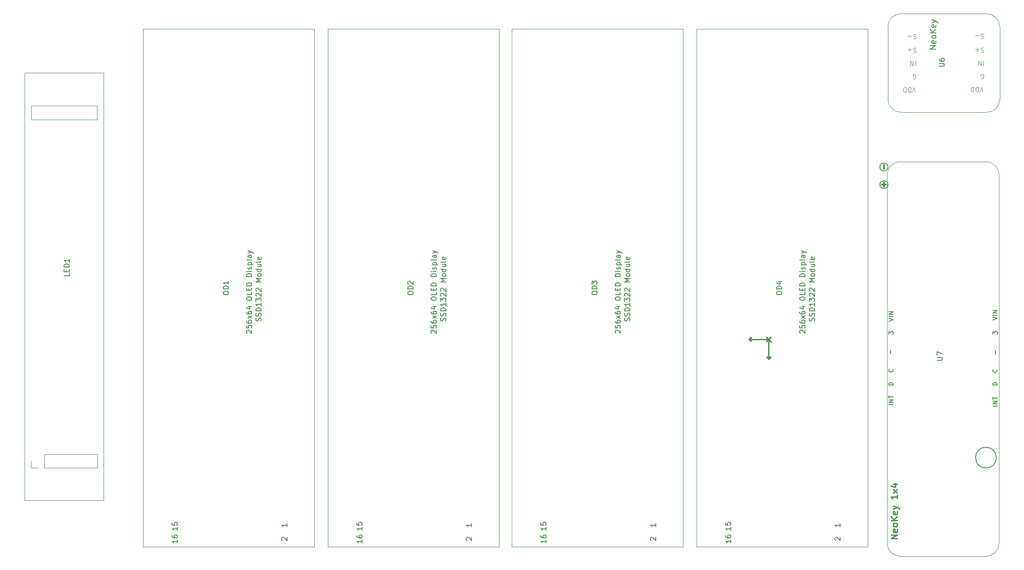
<source format=gbr>
%TF.GenerationSoftware,KiCad,Pcbnew,8.0.9-8.0.9-0~ubuntu24.04.1*%
%TF.CreationDate,2025-07-29T22:20:07-05:00*%
%TF.ProjectId,race_computer_proto,72616365-5f63-46f6-9d70-757465725f70,1.0*%
%TF.SameCoordinates,Original*%
%TF.FileFunction,Legend,Top*%
%TF.FilePolarity,Positive*%
%FSLAX46Y46*%
G04 Gerber Fmt 4.6, Leading zero omitted, Abs format (unit mm)*
G04 Created by KiCad (PCBNEW 8.0.9-8.0.9-0~ubuntu24.04.1) date 2025-07-29 22:20:07*
%MOMM*%
%LPD*%
G01*
G04 APERTURE LIST*
%ADD10C,0.150000*%
%ADD11C,0.121920*%
%ADD12C,0.152400*%
%ADD13C,0.142240*%
%ADD14C,0.220980*%
%ADD15C,0.050000*%
%ADD16C,0.304800*%
%ADD17C,0.203200*%
%ADD18C,0.254000*%
%ADD19C,0.120000*%
G04 APERTURE END LIST*
D10*
X234811870Y-51452955D02*
X235621393Y-51452955D01*
X235621393Y-51452955D02*
X235716631Y-51405336D01*
X235716631Y-51405336D02*
X235764251Y-51357717D01*
X235764251Y-51357717D02*
X235811870Y-51262479D01*
X235811870Y-51262479D02*
X235811870Y-51072003D01*
X235811870Y-51072003D02*
X235764251Y-50976765D01*
X235764251Y-50976765D02*
X235716631Y-50929146D01*
X235716631Y-50929146D02*
X235621393Y-50881527D01*
X235621393Y-50881527D02*
X234811870Y-50881527D01*
X234811870Y-49976765D02*
X234811870Y-50167241D01*
X234811870Y-50167241D02*
X234859489Y-50262479D01*
X234859489Y-50262479D02*
X234907108Y-50310098D01*
X234907108Y-50310098D02*
X235049965Y-50405336D01*
X235049965Y-50405336D02*
X235240441Y-50452955D01*
X235240441Y-50452955D02*
X235621393Y-50452955D01*
X235621393Y-50452955D02*
X235716631Y-50405336D01*
X235716631Y-50405336D02*
X235764251Y-50357717D01*
X235764251Y-50357717D02*
X235811870Y-50262479D01*
X235811870Y-50262479D02*
X235811870Y-50072003D01*
X235811870Y-50072003D02*
X235764251Y-49976765D01*
X235764251Y-49976765D02*
X235716631Y-49929146D01*
X235716631Y-49929146D02*
X235621393Y-49881527D01*
X235621393Y-49881527D02*
X235383298Y-49881527D01*
X235383298Y-49881527D02*
X235288060Y-49929146D01*
X235288060Y-49929146D02*
X235240441Y-49976765D01*
X235240441Y-49976765D02*
X235192822Y-50072003D01*
X235192822Y-50072003D02*
X235192822Y-50262479D01*
X235192822Y-50262479D02*
X235240441Y-50357717D01*
X235240441Y-50357717D02*
X235288060Y-50405336D01*
X235288060Y-50405336D02*
X235383298Y-50452955D01*
D11*
X243292326Y-50392720D02*
X243292326Y-51286800D01*
X242866574Y-50392720D02*
X242866574Y-51286800D01*
X242866574Y-51286800D02*
X242355671Y-50392720D01*
X242355671Y-50392720D02*
X242355671Y-51286800D01*
X243254106Y-56366800D02*
X242956079Y-55472720D01*
X242956079Y-55472720D02*
X242658053Y-56366800D01*
X242360026Y-55472720D02*
X242360026Y-56366800D01*
X242360026Y-56366800D02*
X242147150Y-56366800D01*
X242147150Y-56366800D02*
X242019424Y-56324225D01*
X242019424Y-56324225D02*
X241934274Y-56239075D01*
X241934274Y-56239075D02*
X241891699Y-56153924D01*
X241891699Y-56153924D02*
X241849123Y-55983623D01*
X241849123Y-55983623D02*
X241849123Y-55855897D01*
X241849123Y-55855897D02*
X241891699Y-55685596D01*
X241891699Y-55685596D02*
X241934274Y-55600446D01*
X241934274Y-55600446D02*
X242019424Y-55515296D01*
X242019424Y-55515296D02*
X242147150Y-55472720D01*
X242147150Y-55472720D02*
X242360026Y-55472720D01*
X241465946Y-55472720D02*
X241465946Y-56366800D01*
X241465946Y-56366800D02*
X241253070Y-56366800D01*
X241253070Y-56366800D02*
X241125344Y-56324225D01*
X241125344Y-56324225D02*
X241040194Y-56239075D01*
X241040194Y-56239075D02*
X240997619Y-56153924D01*
X240997619Y-56153924D02*
X240955043Y-55983623D01*
X240955043Y-55983623D02*
X240955043Y-55855897D01*
X240955043Y-55855897D02*
X240997619Y-55685596D01*
X240997619Y-55685596D02*
X241040194Y-55600446D01*
X241040194Y-55600446D02*
X241125344Y-55515296D01*
X241125344Y-55515296D02*
X241253070Y-55472720D01*
X241253070Y-55472720D02*
X241465946Y-55472720D01*
X230229377Y-50410771D02*
X230229377Y-51304851D01*
X229803625Y-50410771D02*
X229803625Y-51304851D01*
X229803625Y-51304851D02*
X229292722Y-50410771D01*
X229292722Y-50410771D02*
X229292722Y-51304851D01*
X230191157Y-56384851D02*
X229893130Y-55490771D01*
X229893130Y-55490771D02*
X229595104Y-56384851D01*
X229297077Y-55490771D02*
X229297077Y-56384851D01*
X229297077Y-56384851D02*
X229084201Y-56384851D01*
X229084201Y-56384851D02*
X228956475Y-56342276D01*
X228956475Y-56342276D02*
X228871325Y-56257126D01*
X228871325Y-56257126D02*
X228828750Y-56171975D01*
X228828750Y-56171975D02*
X228786174Y-56001674D01*
X228786174Y-56001674D02*
X228786174Y-55873948D01*
X228786174Y-55873948D02*
X228828750Y-55703647D01*
X228828750Y-55703647D02*
X228871325Y-55618497D01*
X228871325Y-55618497D02*
X228956475Y-55533347D01*
X228956475Y-55533347D02*
X229084201Y-55490771D01*
X229084201Y-55490771D02*
X229297077Y-55490771D01*
X228402997Y-55490771D02*
X228402997Y-56384851D01*
X228402997Y-56384851D02*
X228190121Y-56384851D01*
X228190121Y-56384851D02*
X228062395Y-56342276D01*
X228062395Y-56342276D02*
X227977245Y-56257126D01*
X227977245Y-56257126D02*
X227934670Y-56171975D01*
X227934670Y-56171975D02*
X227892094Y-56001674D01*
X227892094Y-56001674D02*
X227892094Y-55873948D01*
X227892094Y-55873948D02*
X227934670Y-55703647D01*
X227934670Y-55703647D02*
X227977245Y-55618497D01*
X227977245Y-55618497D02*
X228062395Y-55533347D01*
X228062395Y-55533347D02*
X228190121Y-55490771D01*
X228190121Y-55490771D02*
X228402997Y-55490771D01*
D12*
X234189098Y-48106390D02*
X233071498Y-48106390D01*
X233071498Y-48106390D02*
X234189098Y-47467762D01*
X234189098Y-47467762D02*
X233071498Y-47467762D01*
X234135879Y-46509819D02*
X234189098Y-46616257D01*
X234189098Y-46616257D02*
X234189098Y-46829133D01*
X234189098Y-46829133D02*
X234135879Y-46935571D01*
X234135879Y-46935571D02*
X234029440Y-46988790D01*
X234029440Y-46988790D02*
X233603688Y-46988790D01*
X233603688Y-46988790D02*
X233497250Y-46935571D01*
X233497250Y-46935571D02*
X233444031Y-46829133D01*
X233444031Y-46829133D02*
X233444031Y-46616257D01*
X233444031Y-46616257D02*
X233497250Y-46509819D01*
X233497250Y-46509819D02*
X233603688Y-46456600D01*
X233603688Y-46456600D02*
X233710126Y-46456600D01*
X233710126Y-46456600D02*
X233816564Y-46988790D01*
X234189098Y-45817971D02*
X234135879Y-45924409D01*
X234135879Y-45924409D02*
X234082659Y-45977628D01*
X234082659Y-45977628D02*
X233976221Y-46030847D01*
X233976221Y-46030847D02*
X233656907Y-46030847D01*
X233656907Y-46030847D02*
X233550469Y-45977628D01*
X233550469Y-45977628D02*
X233497250Y-45924409D01*
X233497250Y-45924409D02*
X233444031Y-45817971D01*
X233444031Y-45817971D02*
X233444031Y-45658314D01*
X233444031Y-45658314D02*
X233497250Y-45551876D01*
X233497250Y-45551876D02*
X233550469Y-45498657D01*
X233550469Y-45498657D02*
X233656907Y-45445438D01*
X233656907Y-45445438D02*
X233976221Y-45445438D01*
X233976221Y-45445438D02*
X234082659Y-45498657D01*
X234082659Y-45498657D02*
X234135879Y-45551876D01*
X234135879Y-45551876D02*
X234189098Y-45658314D01*
X234189098Y-45658314D02*
X234189098Y-45817971D01*
X234189098Y-44966466D02*
X233071498Y-44966466D01*
X234189098Y-44327838D02*
X233550469Y-44806809D01*
X233071498Y-44327838D02*
X233710126Y-44966466D01*
X234135879Y-43423114D02*
X234189098Y-43529552D01*
X234189098Y-43529552D02*
X234189098Y-43742428D01*
X234189098Y-43742428D02*
X234135879Y-43848866D01*
X234135879Y-43848866D02*
X234029440Y-43902085D01*
X234029440Y-43902085D02*
X233603688Y-43902085D01*
X233603688Y-43902085D02*
X233497250Y-43848866D01*
X233497250Y-43848866D02*
X233444031Y-43742428D01*
X233444031Y-43742428D02*
X233444031Y-43529552D01*
X233444031Y-43529552D02*
X233497250Y-43423114D01*
X233497250Y-43423114D02*
X233603688Y-43369895D01*
X233603688Y-43369895D02*
X233710126Y-43369895D01*
X233710126Y-43369895D02*
X233816564Y-43902085D01*
X233444031Y-42997361D02*
X234189098Y-42731266D01*
X233444031Y-42465171D02*
X234189098Y-42731266D01*
X234189098Y-42731266D02*
X234455193Y-42837704D01*
X234455193Y-42837704D02*
X234508412Y-42890923D01*
X234508412Y-42890923D02*
X234561631Y-42997361D01*
D11*
X229780887Y-53802276D02*
X229866037Y-53844851D01*
X229866037Y-53844851D02*
X229993763Y-53844851D01*
X229993763Y-53844851D02*
X230121489Y-53802276D01*
X230121489Y-53802276D02*
X230206639Y-53717126D01*
X230206639Y-53717126D02*
X230249214Y-53631975D01*
X230249214Y-53631975D02*
X230291790Y-53461674D01*
X230291790Y-53461674D02*
X230291790Y-53333948D01*
X230291790Y-53333948D02*
X230249214Y-53163647D01*
X230249214Y-53163647D02*
X230206639Y-53078497D01*
X230206639Y-53078497D02*
X230121489Y-52993347D01*
X230121489Y-52993347D02*
X229993763Y-52950771D01*
X229993763Y-52950771D02*
X229908612Y-52950771D01*
X229908612Y-52950771D02*
X229780887Y-52993347D01*
X229780887Y-52993347D02*
X229738311Y-53035922D01*
X229738311Y-53035922D02*
X229738311Y-53333948D01*
X229738311Y-53333948D02*
X229908612Y-53333948D01*
X242843836Y-53784225D02*
X242928986Y-53826800D01*
X242928986Y-53826800D02*
X243056712Y-53826800D01*
X243056712Y-53826800D02*
X243184438Y-53784225D01*
X243184438Y-53784225D02*
X243269588Y-53699075D01*
X243269588Y-53699075D02*
X243312163Y-53613924D01*
X243312163Y-53613924D02*
X243354739Y-53443623D01*
X243354739Y-53443623D02*
X243354739Y-53315897D01*
X243354739Y-53315897D02*
X243312163Y-53145596D01*
X243312163Y-53145596D02*
X243269588Y-53060446D01*
X243269588Y-53060446D02*
X243184438Y-52975296D01*
X243184438Y-52975296D02*
X243056712Y-52932720D01*
X243056712Y-52932720D02*
X242971561Y-52932720D01*
X242971561Y-52932720D02*
X242843836Y-52975296D01*
X242843836Y-52975296D02*
X242801260Y-53017871D01*
X242801260Y-53017871D02*
X242801260Y-53315897D01*
X242801260Y-53315897D02*
X242971561Y-53315897D01*
X230315980Y-45246347D02*
X230188254Y-45203771D01*
X230188254Y-45203771D02*
X229975378Y-45203771D01*
X229975378Y-45203771D02*
X229890227Y-45246347D01*
X229890227Y-45246347D02*
X229847652Y-45288922D01*
X229847652Y-45288922D02*
X229805077Y-45374072D01*
X229805077Y-45374072D02*
X229805077Y-45459223D01*
X229805077Y-45459223D02*
X229847652Y-45544373D01*
X229847652Y-45544373D02*
X229890227Y-45586948D01*
X229890227Y-45586948D02*
X229975378Y-45629524D01*
X229975378Y-45629524D02*
X230145679Y-45672099D01*
X230145679Y-45672099D02*
X230230829Y-45714674D01*
X230230829Y-45714674D02*
X230273404Y-45757249D01*
X230273404Y-45757249D02*
X230315980Y-45842400D01*
X230315980Y-45842400D02*
X230315980Y-45927550D01*
X230315980Y-45927550D02*
X230273404Y-46012701D01*
X230273404Y-46012701D02*
X230230829Y-46055276D01*
X230230829Y-46055276D02*
X230145679Y-46097851D01*
X230145679Y-46097851D02*
X229932802Y-46097851D01*
X229932802Y-46097851D02*
X229805077Y-46055276D01*
X229421899Y-45544373D02*
X228740696Y-45544373D01*
X243378929Y-45228296D02*
X243251203Y-45185720D01*
X243251203Y-45185720D02*
X243038327Y-45185720D01*
X243038327Y-45185720D02*
X242953176Y-45228296D01*
X242953176Y-45228296D02*
X242910601Y-45270871D01*
X242910601Y-45270871D02*
X242868026Y-45356021D01*
X242868026Y-45356021D02*
X242868026Y-45441172D01*
X242868026Y-45441172D02*
X242910601Y-45526322D01*
X242910601Y-45526322D02*
X242953176Y-45568897D01*
X242953176Y-45568897D02*
X243038327Y-45611473D01*
X243038327Y-45611473D02*
X243208628Y-45654048D01*
X243208628Y-45654048D02*
X243293778Y-45696623D01*
X243293778Y-45696623D02*
X243336353Y-45739198D01*
X243336353Y-45739198D02*
X243378929Y-45824349D01*
X243378929Y-45824349D02*
X243378929Y-45909499D01*
X243378929Y-45909499D02*
X243336353Y-45994650D01*
X243336353Y-45994650D02*
X243293778Y-46037225D01*
X243293778Y-46037225D02*
X243208628Y-46079800D01*
X243208628Y-46079800D02*
X242995751Y-46079800D01*
X242995751Y-46079800D02*
X242868026Y-46037225D01*
X242484848Y-45526322D02*
X241803645Y-45526322D01*
X243378929Y-47895296D02*
X243251203Y-47852720D01*
X243251203Y-47852720D02*
X243038327Y-47852720D01*
X243038327Y-47852720D02*
X242953176Y-47895296D01*
X242953176Y-47895296D02*
X242910601Y-47937871D01*
X242910601Y-47937871D02*
X242868026Y-48023021D01*
X242868026Y-48023021D02*
X242868026Y-48108172D01*
X242868026Y-48108172D02*
X242910601Y-48193322D01*
X242910601Y-48193322D02*
X242953176Y-48235897D01*
X242953176Y-48235897D02*
X243038327Y-48278473D01*
X243038327Y-48278473D02*
X243208628Y-48321048D01*
X243208628Y-48321048D02*
X243293778Y-48363623D01*
X243293778Y-48363623D02*
X243336353Y-48406198D01*
X243336353Y-48406198D02*
X243378929Y-48491349D01*
X243378929Y-48491349D02*
X243378929Y-48576499D01*
X243378929Y-48576499D02*
X243336353Y-48661650D01*
X243336353Y-48661650D02*
X243293778Y-48704225D01*
X243293778Y-48704225D02*
X243208628Y-48746800D01*
X243208628Y-48746800D02*
X242995751Y-48746800D01*
X242995751Y-48746800D02*
X242868026Y-48704225D01*
X242484848Y-48193322D02*
X241803645Y-48193322D01*
X242144246Y-47852720D02*
X242144246Y-48533924D01*
X230315980Y-47913347D02*
X230188254Y-47870771D01*
X230188254Y-47870771D02*
X229975378Y-47870771D01*
X229975378Y-47870771D02*
X229890227Y-47913347D01*
X229890227Y-47913347D02*
X229847652Y-47955922D01*
X229847652Y-47955922D02*
X229805077Y-48041072D01*
X229805077Y-48041072D02*
X229805077Y-48126223D01*
X229805077Y-48126223D02*
X229847652Y-48211373D01*
X229847652Y-48211373D02*
X229890227Y-48253948D01*
X229890227Y-48253948D02*
X229975378Y-48296524D01*
X229975378Y-48296524D02*
X230145679Y-48339099D01*
X230145679Y-48339099D02*
X230230829Y-48381674D01*
X230230829Y-48381674D02*
X230273404Y-48424249D01*
X230273404Y-48424249D02*
X230315980Y-48509400D01*
X230315980Y-48509400D02*
X230315980Y-48594550D01*
X230315980Y-48594550D02*
X230273404Y-48679701D01*
X230273404Y-48679701D02*
X230230829Y-48722276D01*
X230230829Y-48722276D02*
X230145679Y-48764851D01*
X230145679Y-48764851D02*
X229932802Y-48764851D01*
X229932802Y-48764851D02*
X229805077Y-48722276D01*
X229421899Y-48211373D02*
X228740696Y-48211373D01*
X229081297Y-47870771D02*
X229081297Y-48551975D01*
D10*
X167834819Y-95299428D02*
X167834819Y-95108952D01*
X167834819Y-95108952D02*
X167882438Y-95013714D01*
X167882438Y-95013714D02*
X167977676Y-94918476D01*
X167977676Y-94918476D02*
X168168152Y-94870857D01*
X168168152Y-94870857D02*
X168501485Y-94870857D01*
X168501485Y-94870857D02*
X168691961Y-94918476D01*
X168691961Y-94918476D02*
X168787200Y-95013714D01*
X168787200Y-95013714D02*
X168834819Y-95108952D01*
X168834819Y-95108952D02*
X168834819Y-95299428D01*
X168834819Y-95299428D02*
X168787200Y-95394666D01*
X168787200Y-95394666D02*
X168691961Y-95489904D01*
X168691961Y-95489904D02*
X168501485Y-95537523D01*
X168501485Y-95537523D02*
X168168152Y-95537523D01*
X168168152Y-95537523D02*
X167977676Y-95489904D01*
X167977676Y-95489904D02*
X167882438Y-95394666D01*
X167882438Y-95394666D02*
X167834819Y-95299428D01*
X168834819Y-94442285D02*
X167834819Y-94442285D01*
X167834819Y-94442285D02*
X167834819Y-94204190D01*
X167834819Y-94204190D02*
X167882438Y-94061333D01*
X167882438Y-94061333D02*
X167977676Y-93966095D01*
X167977676Y-93966095D02*
X168072914Y-93918476D01*
X168072914Y-93918476D02*
X168263390Y-93870857D01*
X168263390Y-93870857D02*
X168406247Y-93870857D01*
X168406247Y-93870857D02*
X168596723Y-93918476D01*
X168596723Y-93918476D02*
X168691961Y-93966095D01*
X168691961Y-93966095D02*
X168787200Y-94061333D01*
X168787200Y-94061333D02*
X168834819Y-94204190D01*
X168834819Y-94204190D02*
X168834819Y-94442285D01*
X167834819Y-93537523D02*
X167834819Y-92918476D01*
X167834819Y-92918476D02*
X168215771Y-93251809D01*
X168215771Y-93251809D02*
X168215771Y-93108952D01*
X168215771Y-93108952D02*
X168263390Y-93013714D01*
X168263390Y-93013714D02*
X168311009Y-92966095D01*
X168311009Y-92966095D02*
X168406247Y-92918476D01*
X168406247Y-92918476D02*
X168644342Y-92918476D01*
X168644342Y-92918476D02*
X168739580Y-92966095D01*
X168739580Y-92966095D02*
X168787200Y-93013714D01*
X168787200Y-93013714D02*
X168834819Y-93108952D01*
X168834819Y-93108952D02*
X168834819Y-93394666D01*
X168834819Y-93394666D02*
X168787200Y-93489904D01*
X168787200Y-93489904D02*
X168739580Y-93537523D01*
X180109819Y-139757411D02*
X180109819Y-140328839D01*
X180109819Y-140043125D02*
X179109819Y-140043125D01*
X179109819Y-140043125D02*
X179252676Y-140138363D01*
X179252676Y-140138363D02*
X179347914Y-140233601D01*
X179347914Y-140233601D02*
X179395533Y-140328839D01*
X172415057Y-102948839D02*
X172367438Y-102901220D01*
X172367438Y-102901220D02*
X172319819Y-102805982D01*
X172319819Y-102805982D02*
X172319819Y-102567887D01*
X172319819Y-102567887D02*
X172367438Y-102472649D01*
X172367438Y-102472649D02*
X172415057Y-102425030D01*
X172415057Y-102425030D02*
X172510295Y-102377411D01*
X172510295Y-102377411D02*
X172605533Y-102377411D01*
X172605533Y-102377411D02*
X172748390Y-102425030D01*
X172748390Y-102425030D02*
X173319819Y-102996458D01*
X173319819Y-102996458D02*
X173319819Y-102377411D01*
X172319819Y-101472649D02*
X172319819Y-101948839D01*
X172319819Y-101948839D02*
X172796009Y-101996458D01*
X172796009Y-101996458D02*
X172748390Y-101948839D01*
X172748390Y-101948839D02*
X172700771Y-101853601D01*
X172700771Y-101853601D02*
X172700771Y-101615506D01*
X172700771Y-101615506D02*
X172748390Y-101520268D01*
X172748390Y-101520268D02*
X172796009Y-101472649D01*
X172796009Y-101472649D02*
X172891247Y-101425030D01*
X172891247Y-101425030D02*
X173129342Y-101425030D01*
X173129342Y-101425030D02*
X173224580Y-101472649D01*
X173224580Y-101472649D02*
X173272200Y-101520268D01*
X173272200Y-101520268D02*
X173319819Y-101615506D01*
X173319819Y-101615506D02*
X173319819Y-101853601D01*
X173319819Y-101853601D02*
X173272200Y-101948839D01*
X173272200Y-101948839D02*
X173224580Y-101996458D01*
X172319819Y-100567887D02*
X172319819Y-100758363D01*
X172319819Y-100758363D02*
X172367438Y-100853601D01*
X172367438Y-100853601D02*
X172415057Y-100901220D01*
X172415057Y-100901220D02*
X172557914Y-100996458D01*
X172557914Y-100996458D02*
X172748390Y-101044077D01*
X172748390Y-101044077D02*
X173129342Y-101044077D01*
X173129342Y-101044077D02*
X173224580Y-100996458D01*
X173224580Y-100996458D02*
X173272200Y-100948839D01*
X173272200Y-100948839D02*
X173319819Y-100853601D01*
X173319819Y-100853601D02*
X173319819Y-100663125D01*
X173319819Y-100663125D02*
X173272200Y-100567887D01*
X173272200Y-100567887D02*
X173224580Y-100520268D01*
X173224580Y-100520268D02*
X173129342Y-100472649D01*
X173129342Y-100472649D02*
X172891247Y-100472649D01*
X172891247Y-100472649D02*
X172796009Y-100520268D01*
X172796009Y-100520268D02*
X172748390Y-100567887D01*
X172748390Y-100567887D02*
X172700771Y-100663125D01*
X172700771Y-100663125D02*
X172700771Y-100853601D01*
X172700771Y-100853601D02*
X172748390Y-100948839D01*
X172748390Y-100948839D02*
X172796009Y-100996458D01*
X172796009Y-100996458D02*
X172891247Y-101044077D01*
X173319819Y-100139315D02*
X172653152Y-99615506D01*
X172653152Y-100139315D02*
X173319819Y-99615506D01*
X172319819Y-98805982D02*
X172319819Y-98996458D01*
X172319819Y-98996458D02*
X172367438Y-99091696D01*
X172367438Y-99091696D02*
X172415057Y-99139315D01*
X172415057Y-99139315D02*
X172557914Y-99234553D01*
X172557914Y-99234553D02*
X172748390Y-99282172D01*
X172748390Y-99282172D02*
X173129342Y-99282172D01*
X173129342Y-99282172D02*
X173224580Y-99234553D01*
X173224580Y-99234553D02*
X173272200Y-99186934D01*
X173272200Y-99186934D02*
X173319819Y-99091696D01*
X173319819Y-99091696D02*
X173319819Y-98901220D01*
X173319819Y-98901220D02*
X173272200Y-98805982D01*
X173272200Y-98805982D02*
X173224580Y-98758363D01*
X173224580Y-98758363D02*
X173129342Y-98710744D01*
X173129342Y-98710744D02*
X172891247Y-98710744D01*
X172891247Y-98710744D02*
X172796009Y-98758363D01*
X172796009Y-98758363D02*
X172748390Y-98805982D01*
X172748390Y-98805982D02*
X172700771Y-98901220D01*
X172700771Y-98901220D02*
X172700771Y-99091696D01*
X172700771Y-99091696D02*
X172748390Y-99186934D01*
X172748390Y-99186934D02*
X172796009Y-99234553D01*
X172796009Y-99234553D02*
X172891247Y-99282172D01*
X172653152Y-97853601D02*
X173319819Y-97853601D01*
X172272200Y-98091696D02*
X172986485Y-98329791D01*
X172986485Y-98329791D02*
X172986485Y-97710744D01*
X172319819Y-96377410D02*
X172319819Y-96186934D01*
X172319819Y-96186934D02*
X172367438Y-96091696D01*
X172367438Y-96091696D02*
X172462676Y-95996458D01*
X172462676Y-95996458D02*
X172653152Y-95948839D01*
X172653152Y-95948839D02*
X172986485Y-95948839D01*
X172986485Y-95948839D02*
X173176961Y-95996458D01*
X173176961Y-95996458D02*
X173272200Y-96091696D01*
X173272200Y-96091696D02*
X173319819Y-96186934D01*
X173319819Y-96186934D02*
X173319819Y-96377410D01*
X173319819Y-96377410D02*
X173272200Y-96472648D01*
X173272200Y-96472648D02*
X173176961Y-96567886D01*
X173176961Y-96567886D02*
X172986485Y-96615505D01*
X172986485Y-96615505D02*
X172653152Y-96615505D01*
X172653152Y-96615505D02*
X172462676Y-96567886D01*
X172462676Y-96567886D02*
X172367438Y-96472648D01*
X172367438Y-96472648D02*
X172319819Y-96377410D01*
X173319819Y-95044077D02*
X173319819Y-95520267D01*
X173319819Y-95520267D02*
X172319819Y-95520267D01*
X172796009Y-94710743D02*
X172796009Y-94377410D01*
X173319819Y-94234553D02*
X173319819Y-94710743D01*
X173319819Y-94710743D02*
X172319819Y-94710743D01*
X172319819Y-94710743D02*
X172319819Y-94234553D01*
X173319819Y-93805981D02*
X172319819Y-93805981D01*
X172319819Y-93805981D02*
X172319819Y-93567886D01*
X172319819Y-93567886D02*
X172367438Y-93425029D01*
X172367438Y-93425029D02*
X172462676Y-93329791D01*
X172462676Y-93329791D02*
X172557914Y-93282172D01*
X172557914Y-93282172D02*
X172748390Y-93234553D01*
X172748390Y-93234553D02*
X172891247Y-93234553D01*
X172891247Y-93234553D02*
X173081723Y-93282172D01*
X173081723Y-93282172D02*
X173176961Y-93329791D01*
X173176961Y-93329791D02*
X173272200Y-93425029D01*
X173272200Y-93425029D02*
X173319819Y-93567886D01*
X173319819Y-93567886D02*
X173319819Y-93805981D01*
X173319819Y-92044076D02*
X172319819Y-92044076D01*
X172319819Y-92044076D02*
X172319819Y-91805981D01*
X172319819Y-91805981D02*
X172367438Y-91663124D01*
X172367438Y-91663124D02*
X172462676Y-91567886D01*
X172462676Y-91567886D02*
X172557914Y-91520267D01*
X172557914Y-91520267D02*
X172748390Y-91472648D01*
X172748390Y-91472648D02*
X172891247Y-91472648D01*
X172891247Y-91472648D02*
X173081723Y-91520267D01*
X173081723Y-91520267D02*
X173176961Y-91567886D01*
X173176961Y-91567886D02*
X173272200Y-91663124D01*
X173272200Y-91663124D02*
X173319819Y-91805981D01*
X173319819Y-91805981D02*
X173319819Y-92044076D01*
X173319819Y-91044076D02*
X172653152Y-91044076D01*
X172319819Y-91044076D02*
X172367438Y-91091695D01*
X172367438Y-91091695D02*
X172415057Y-91044076D01*
X172415057Y-91044076D02*
X172367438Y-90996457D01*
X172367438Y-90996457D02*
X172319819Y-91044076D01*
X172319819Y-91044076D02*
X172415057Y-91044076D01*
X173272200Y-90615505D02*
X173319819Y-90520267D01*
X173319819Y-90520267D02*
X173319819Y-90329791D01*
X173319819Y-90329791D02*
X173272200Y-90234553D01*
X173272200Y-90234553D02*
X173176961Y-90186934D01*
X173176961Y-90186934D02*
X173129342Y-90186934D01*
X173129342Y-90186934D02*
X173034104Y-90234553D01*
X173034104Y-90234553D02*
X172986485Y-90329791D01*
X172986485Y-90329791D02*
X172986485Y-90472648D01*
X172986485Y-90472648D02*
X172938866Y-90567886D01*
X172938866Y-90567886D02*
X172843628Y-90615505D01*
X172843628Y-90615505D02*
X172796009Y-90615505D01*
X172796009Y-90615505D02*
X172700771Y-90567886D01*
X172700771Y-90567886D02*
X172653152Y-90472648D01*
X172653152Y-90472648D02*
X172653152Y-90329791D01*
X172653152Y-90329791D02*
X172700771Y-90234553D01*
X172653152Y-89758362D02*
X173653152Y-89758362D01*
X172700771Y-89758362D02*
X172653152Y-89663124D01*
X172653152Y-89663124D02*
X172653152Y-89472648D01*
X172653152Y-89472648D02*
X172700771Y-89377410D01*
X172700771Y-89377410D02*
X172748390Y-89329791D01*
X172748390Y-89329791D02*
X172843628Y-89282172D01*
X172843628Y-89282172D02*
X173129342Y-89282172D01*
X173129342Y-89282172D02*
X173224580Y-89329791D01*
X173224580Y-89329791D02*
X173272200Y-89377410D01*
X173272200Y-89377410D02*
X173319819Y-89472648D01*
X173319819Y-89472648D02*
X173319819Y-89663124D01*
X173319819Y-89663124D02*
X173272200Y-89758362D01*
X173319819Y-88710743D02*
X173272200Y-88805981D01*
X173272200Y-88805981D02*
X173176961Y-88853600D01*
X173176961Y-88853600D02*
X172319819Y-88853600D01*
X173319819Y-87901219D02*
X172796009Y-87901219D01*
X172796009Y-87901219D02*
X172700771Y-87948838D01*
X172700771Y-87948838D02*
X172653152Y-88044076D01*
X172653152Y-88044076D02*
X172653152Y-88234552D01*
X172653152Y-88234552D02*
X172700771Y-88329790D01*
X173272200Y-87901219D02*
X173319819Y-87996457D01*
X173319819Y-87996457D02*
X173319819Y-88234552D01*
X173319819Y-88234552D02*
X173272200Y-88329790D01*
X173272200Y-88329790D02*
X173176961Y-88377409D01*
X173176961Y-88377409D02*
X173081723Y-88377409D01*
X173081723Y-88377409D02*
X172986485Y-88329790D01*
X172986485Y-88329790D02*
X172938866Y-88234552D01*
X172938866Y-88234552D02*
X172938866Y-87996457D01*
X172938866Y-87996457D02*
X172891247Y-87901219D01*
X172653152Y-87520266D02*
X173319819Y-87282171D01*
X172653152Y-87044076D02*
X173319819Y-87282171D01*
X173319819Y-87282171D02*
X173557914Y-87377409D01*
X173557914Y-87377409D02*
X173605533Y-87425028D01*
X173605533Y-87425028D02*
X173653152Y-87520266D01*
X175102200Y-100618839D02*
X175149819Y-100475982D01*
X175149819Y-100475982D02*
X175149819Y-100237887D01*
X175149819Y-100237887D02*
X175102200Y-100142649D01*
X175102200Y-100142649D02*
X175054580Y-100095030D01*
X175054580Y-100095030D02*
X174959342Y-100047411D01*
X174959342Y-100047411D02*
X174864104Y-100047411D01*
X174864104Y-100047411D02*
X174768866Y-100095030D01*
X174768866Y-100095030D02*
X174721247Y-100142649D01*
X174721247Y-100142649D02*
X174673628Y-100237887D01*
X174673628Y-100237887D02*
X174626009Y-100428363D01*
X174626009Y-100428363D02*
X174578390Y-100523601D01*
X174578390Y-100523601D02*
X174530771Y-100571220D01*
X174530771Y-100571220D02*
X174435533Y-100618839D01*
X174435533Y-100618839D02*
X174340295Y-100618839D01*
X174340295Y-100618839D02*
X174245057Y-100571220D01*
X174245057Y-100571220D02*
X174197438Y-100523601D01*
X174197438Y-100523601D02*
X174149819Y-100428363D01*
X174149819Y-100428363D02*
X174149819Y-100190268D01*
X174149819Y-100190268D02*
X174197438Y-100047411D01*
X175102200Y-99666458D02*
X175149819Y-99523601D01*
X175149819Y-99523601D02*
X175149819Y-99285506D01*
X175149819Y-99285506D02*
X175102200Y-99190268D01*
X175102200Y-99190268D02*
X175054580Y-99142649D01*
X175054580Y-99142649D02*
X174959342Y-99095030D01*
X174959342Y-99095030D02*
X174864104Y-99095030D01*
X174864104Y-99095030D02*
X174768866Y-99142649D01*
X174768866Y-99142649D02*
X174721247Y-99190268D01*
X174721247Y-99190268D02*
X174673628Y-99285506D01*
X174673628Y-99285506D02*
X174626009Y-99475982D01*
X174626009Y-99475982D02*
X174578390Y-99571220D01*
X174578390Y-99571220D02*
X174530771Y-99618839D01*
X174530771Y-99618839D02*
X174435533Y-99666458D01*
X174435533Y-99666458D02*
X174340295Y-99666458D01*
X174340295Y-99666458D02*
X174245057Y-99618839D01*
X174245057Y-99618839D02*
X174197438Y-99571220D01*
X174197438Y-99571220D02*
X174149819Y-99475982D01*
X174149819Y-99475982D02*
X174149819Y-99237887D01*
X174149819Y-99237887D02*
X174197438Y-99095030D01*
X175149819Y-98666458D02*
X174149819Y-98666458D01*
X174149819Y-98666458D02*
X174149819Y-98428363D01*
X174149819Y-98428363D02*
X174197438Y-98285506D01*
X174197438Y-98285506D02*
X174292676Y-98190268D01*
X174292676Y-98190268D02*
X174387914Y-98142649D01*
X174387914Y-98142649D02*
X174578390Y-98095030D01*
X174578390Y-98095030D02*
X174721247Y-98095030D01*
X174721247Y-98095030D02*
X174911723Y-98142649D01*
X174911723Y-98142649D02*
X175006961Y-98190268D01*
X175006961Y-98190268D02*
X175102200Y-98285506D01*
X175102200Y-98285506D02*
X175149819Y-98428363D01*
X175149819Y-98428363D02*
X175149819Y-98666458D01*
X175149819Y-97142649D02*
X175149819Y-97714077D01*
X175149819Y-97428363D02*
X174149819Y-97428363D01*
X174149819Y-97428363D02*
X174292676Y-97523601D01*
X174292676Y-97523601D02*
X174387914Y-97618839D01*
X174387914Y-97618839D02*
X174435533Y-97714077D01*
X174149819Y-96809315D02*
X174149819Y-96190268D01*
X174149819Y-96190268D02*
X174530771Y-96523601D01*
X174530771Y-96523601D02*
X174530771Y-96380744D01*
X174530771Y-96380744D02*
X174578390Y-96285506D01*
X174578390Y-96285506D02*
X174626009Y-96237887D01*
X174626009Y-96237887D02*
X174721247Y-96190268D01*
X174721247Y-96190268D02*
X174959342Y-96190268D01*
X174959342Y-96190268D02*
X175054580Y-96237887D01*
X175054580Y-96237887D02*
X175102200Y-96285506D01*
X175102200Y-96285506D02*
X175149819Y-96380744D01*
X175149819Y-96380744D02*
X175149819Y-96666458D01*
X175149819Y-96666458D02*
X175102200Y-96761696D01*
X175102200Y-96761696D02*
X175054580Y-96809315D01*
X174245057Y-95809315D02*
X174197438Y-95761696D01*
X174197438Y-95761696D02*
X174149819Y-95666458D01*
X174149819Y-95666458D02*
X174149819Y-95428363D01*
X174149819Y-95428363D02*
X174197438Y-95333125D01*
X174197438Y-95333125D02*
X174245057Y-95285506D01*
X174245057Y-95285506D02*
X174340295Y-95237887D01*
X174340295Y-95237887D02*
X174435533Y-95237887D01*
X174435533Y-95237887D02*
X174578390Y-95285506D01*
X174578390Y-95285506D02*
X175149819Y-95856934D01*
X175149819Y-95856934D02*
X175149819Y-95237887D01*
X174245057Y-94856934D02*
X174197438Y-94809315D01*
X174197438Y-94809315D02*
X174149819Y-94714077D01*
X174149819Y-94714077D02*
X174149819Y-94475982D01*
X174149819Y-94475982D02*
X174197438Y-94380744D01*
X174197438Y-94380744D02*
X174245057Y-94333125D01*
X174245057Y-94333125D02*
X174340295Y-94285506D01*
X174340295Y-94285506D02*
X174435533Y-94285506D01*
X174435533Y-94285506D02*
X174578390Y-94333125D01*
X174578390Y-94333125D02*
X175149819Y-94904553D01*
X175149819Y-94904553D02*
X175149819Y-94285506D01*
X175149819Y-93095029D02*
X174149819Y-93095029D01*
X174149819Y-93095029D02*
X174864104Y-92761696D01*
X174864104Y-92761696D02*
X174149819Y-92428363D01*
X174149819Y-92428363D02*
X175149819Y-92428363D01*
X175149819Y-91809315D02*
X175102200Y-91904553D01*
X175102200Y-91904553D02*
X175054580Y-91952172D01*
X175054580Y-91952172D02*
X174959342Y-91999791D01*
X174959342Y-91999791D02*
X174673628Y-91999791D01*
X174673628Y-91999791D02*
X174578390Y-91952172D01*
X174578390Y-91952172D02*
X174530771Y-91904553D01*
X174530771Y-91904553D02*
X174483152Y-91809315D01*
X174483152Y-91809315D02*
X174483152Y-91666458D01*
X174483152Y-91666458D02*
X174530771Y-91571220D01*
X174530771Y-91571220D02*
X174578390Y-91523601D01*
X174578390Y-91523601D02*
X174673628Y-91475982D01*
X174673628Y-91475982D02*
X174959342Y-91475982D01*
X174959342Y-91475982D02*
X175054580Y-91523601D01*
X175054580Y-91523601D02*
X175102200Y-91571220D01*
X175102200Y-91571220D02*
X175149819Y-91666458D01*
X175149819Y-91666458D02*
X175149819Y-91809315D01*
X175149819Y-90618839D02*
X174149819Y-90618839D01*
X175102200Y-90618839D02*
X175149819Y-90714077D01*
X175149819Y-90714077D02*
X175149819Y-90904553D01*
X175149819Y-90904553D02*
X175102200Y-90999791D01*
X175102200Y-90999791D02*
X175054580Y-91047410D01*
X175054580Y-91047410D02*
X174959342Y-91095029D01*
X174959342Y-91095029D02*
X174673628Y-91095029D01*
X174673628Y-91095029D02*
X174578390Y-91047410D01*
X174578390Y-91047410D02*
X174530771Y-90999791D01*
X174530771Y-90999791D02*
X174483152Y-90904553D01*
X174483152Y-90904553D02*
X174483152Y-90714077D01*
X174483152Y-90714077D02*
X174530771Y-90618839D01*
X174483152Y-89714077D02*
X175149819Y-89714077D01*
X174483152Y-90142648D02*
X175006961Y-90142648D01*
X175006961Y-90142648D02*
X175102200Y-90095029D01*
X175102200Y-90095029D02*
X175149819Y-89999791D01*
X175149819Y-89999791D02*
X175149819Y-89856934D01*
X175149819Y-89856934D02*
X175102200Y-89761696D01*
X175102200Y-89761696D02*
X175054580Y-89714077D01*
X175149819Y-89095029D02*
X175102200Y-89190267D01*
X175102200Y-89190267D02*
X175006961Y-89237886D01*
X175006961Y-89237886D02*
X174149819Y-89237886D01*
X175102200Y-88333124D02*
X175149819Y-88428362D01*
X175149819Y-88428362D02*
X175149819Y-88618838D01*
X175149819Y-88618838D02*
X175102200Y-88714076D01*
X175102200Y-88714076D02*
X175006961Y-88761695D01*
X175006961Y-88761695D02*
X174626009Y-88761695D01*
X174626009Y-88761695D02*
X174530771Y-88714076D01*
X174530771Y-88714076D02*
X174483152Y-88618838D01*
X174483152Y-88618838D02*
X174483152Y-88428362D01*
X174483152Y-88428362D02*
X174530771Y-88333124D01*
X174530771Y-88333124D02*
X174626009Y-88285505D01*
X174626009Y-88285505D02*
X174721247Y-88285505D01*
X174721247Y-88285505D02*
X174816485Y-88761695D01*
X158999819Y-142887411D02*
X158999819Y-143458839D01*
X158999819Y-143173125D02*
X157999819Y-143173125D01*
X157999819Y-143173125D02*
X158142676Y-143268363D01*
X158142676Y-143268363D02*
X158237914Y-143363601D01*
X158237914Y-143363601D02*
X158285533Y-143458839D01*
X157999819Y-142030268D02*
X157999819Y-142220744D01*
X157999819Y-142220744D02*
X158047438Y-142315982D01*
X158047438Y-142315982D02*
X158095057Y-142363601D01*
X158095057Y-142363601D02*
X158237914Y-142458839D01*
X158237914Y-142458839D02*
X158428390Y-142506458D01*
X158428390Y-142506458D02*
X158809342Y-142506458D01*
X158809342Y-142506458D02*
X158904580Y-142458839D01*
X158904580Y-142458839D02*
X158952200Y-142411220D01*
X158952200Y-142411220D02*
X158999819Y-142315982D01*
X158999819Y-142315982D02*
X158999819Y-142125506D01*
X158999819Y-142125506D02*
X158952200Y-142030268D01*
X158952200Y-142030268D02*
X158904580Y-141982649D01*
X158904580Y-141982649D02*
X158809342Y-141935030D01*
X158809342Y-141935030D02*
X158571247Y-141935030D01*
X158571247Y-141935030D02*
X158476009Y-141982649D01*
X158476009Y-141982649D02*
X158428390Y-142030268D01*
X158428390Y-142030268D02*
X158380771Y-142125506D01*
X158380771Y-142125506D02*
X158380771Y-142315982D01*
X158380771Y-142315982D02*
X158428390Y-142411220D01*
X158428390Y-142411220D02*
X158476009Y-142458839D01*
X158476009Y-142458839D02*
X158571247Y-142506458D01*
X158969819Y-140437411D02*
X158969819Y-141008839D01*
X158969819Y-140723125D02*
X157969819Y-140723125D01*
X157969819Y-140723125D02*
X158112676Y-140818363D01*
X158112676Y-140818363D02*
X158207914Y-140913601D01*
X158207914Y-140913601D02*
X158255533Y-141008839D01*
X157969819Y-139532649D02*
X157969819Y-140008839D01*
X157969819Y-140008839D02*
X158446009Y-140056458D01*
X158446009Y-140056458D02*
X158398390Y-140008839D01*
X158398390Y-140008839D02*
X158350771Y-139913601D01*
X158350771Y-139913601D02*
X158350771Y-139675506D01*
X158350771Y-139675506D02*
X158398390Y-139580268D01*
X158398390Y-139580268D02*
X158446009Y-139532649D01*
X158446009Y-139532649D02*
X158541247Y-139485030D01*
X158541247Y-139485030D02*
X158779342Y-139485030D01*
X158779342Y-139485030D02*
X158874580Y-139532649D01*
X158874580Y-139532649D02*
X158922200Y-139580268D01*
X158922200Y-139580268D02*
X158969819Y-139675506D01*
X158969819Y-139675506D02*
X158969819Y-139913601D01*
X158969819Y-139913601D02*
X158922200Y-140008839D01*
X158922200Y-140008839D02*
X158874580Y-140056458D01*
X179205057Y-142948839D02*
X179157438Y-142901220D01*
X179157438Y-142901220D02*
X179109819Y-142805982D01*
X179109819Y-142805982D02*
X179109819Y-142567887D01*
X179109819Y-142567887D02*
X179157438Y-142472649D01*
X179157438Y-142472649D02*
X179205057Y-142425030D01*
X179205057Y-142425030D02*
X179300295Y-142377411D01*
X179300295Y-142377411D02*
X179395533Y-142377411D01*
X179395533Y-142377411D02*
X179538390Y-142425030D01*
X179538390Y-142425030D02*
X180109819Y-142996458D01*
X180109819Y-142996458D02*
X180109819Y-142377411D01*
X96714819Y-95299428D02*
X96714819Y-95108952D01*
X96714819Y-95108952D02*
X96762438Y-95013714D01*
X96762438Y-95013714D02*
X96857676Y-94918476D01*
X96857676Y-94918476D02*
X97048152Y-94870857D01*
X97048152Y-94870857D02*
X97381485Y-94870857D01*
X97381485Y-94870857D02*
X97571961Y-94918476D01*
X97571961Y-94918476D02*
X97667200Y-95013714D01*
X97667200Y-95013714D02*
X97714819Y-95108952D01*
X97714819Y-95108952D02*
X97714819Y-95299428D01*
X97714819Y-95299428D02*
X97667200Y-95394666D01*
X97667200Y-95394666D02*
X97571961Y-95489904D01*
X97571961Y-95489904D02*
X97381485Y-95537523D01*
X97381485Y-95537523D02*
X97048152Y-95537523D01*
X97048152Y-95537523D02*
X96857676Y-95489904D01*
X96857676Y-95489904D02*
X96762438Y-95394666D01*
X96762438Y-95394666D02*
X96714819Y-95299428D01*
X97714819Y-94442285D02*
X96714819Y-94442285D01*
X96714819Y-94442285D02*
X96714819Y-94204190D01*
X96714819Y-94204190D02*
X96762438Y-94061333D01*
X96762438Y-94061333D02*
X96857676Y-93966095D01*
X96857676Y-93966095D02*
X96952914Y-93918476D01*
X96952914Y-93918476D02*
X97143390Y-93870857D01*
X97143390Y-93870857D02*
X97286247Y-93870857D01*
X97286247Y-93870857D02*
X97476723Y-93918476D01*
X97476723Y-93918476D02*
X97571961Y-93966095D01*
X97571961Y-93966095D02*
X97667200Y-94061333D01*
X97667200Y-94061333D02*
X97714819Y-94204190D01*
X97714819Y-94204190D02*
X97714819Y-94442285D01*
X97714819Y-92918476D02*
X97714819Y-93489904D01*
X97714819Y-93204190D02*
X96714819Y-93204190D01*
X96714819Y-93204190D02*
X96857676Y-93299428D01*
X96857676Y-93299428D02*
X96952914Y-93394666D01*
X96952914Y-93394666D02*
X97000533Y-93489904D01*
X108085057Y-142948839D02*
X108037438Y-142901220D01*
X108037438Y-142901220D02*
X107989819Y-142805982D01*
X107989819Y-142805982D02*
X107989819Y-142567887D01*
X107989819Y-142567887D02*
X108037438Y-142472649D01*
X108037438Y-142472649D02*
X108085057Y-142425030D01*
X108085057Y-142425030D02*
X108180295Y-142377411D01*
X108180295Y-142377411D02*
X108275533Y-142377411D01*
X108275533Y-142377411D02*
X108418390Y-142425030D01*
X108418390Y-142425030D02*
X108989819Y-142996458D01*
X108989819Y-142996458D02*
X108989819Y-142377411D01*
X108989819Y-139757411D02*
X108989819Y-140328839D01*
X108989819Y-140043125D02*
X107989819Y-140043125D01*
X107989819Y-140043125D02*
X108132676Y-140138363D01*
X108132676Y-140138363D02*
X108227914Y-140233601D01*
X108227914Y-140233601D02*
X108275533Y-140328839D01*
X87849819Y-140437411D02*
X87849819Y-141008839D01*
X87849819Y-140723125D02*
X86849819Y-140723125D01*
X86849819Y-140723125D02*
X86992676Y-140818363D01*
X86992676Y-140818363D02*
X87087914Y-140913601D01*
X87087914Y-140913601D02*
X87135533Y-141008839D01*
X86849819Y-139532649D02*
X86849819Y-140008839D01*
X86849819Y-140008839D02*
X87326009Y-140056458D01*
X87326009Y-140056458D02*
X87278390Y-140008839D01*
X87278390Y-140008839D02*
X87230771Y-139913601D01*
X87230771Y-139913601D02*
X87230771Y-139675506D01*
X87230771Y-139675506D02*
X87278390Y-139580268D01*
X87278390Y-139580268D02*
X87326009Y-139532649D01*
X87326009Y-139532649D02*
X87421247Y-139485030D01*
X87421247Y-139485030D02*
X87659342Y-139485030D01*
X87659342Y-139485030D02*
X87754580Y-139532649D01*
X87754580Y-139532649D02*
X87802200Y-139580268D01*
X87802200Y-139580268D02*
X87849819Y-139675506D01*
X87849819Y-139675506D02*
X87849819Y-139913601D01*
X87849819Y-139913601D02*
X87802200Y-140008839D01*
X87802200Y-140008839D02*
X87754580Y-140056458D01*
X87879819Y-142887411D02*
X87879819Y-143458839D01*
X87879819Y-143173125D02*
X86879819Y-143173125D01*
X86879819Y-143173125D02*
X87022676Y-143268363D01*
X87022676Y-143268363D02*
X87117914Y-143363601D01*
X87117914Y-143363601D02*
X87165533Y-143458839D01*
X86879819Y-142030268D02*
X86879819Y-142220744D01*
X86879819Y-142220744D02*
X86927438Y-142315982D01*
X86927438Y-142315982D02*
X86975057Y-142363601D01*
X86975057Y-142363601D02*
X87117914Y-142458839D01*
X87117914Y-142458839D02*
X87308390Y-142506458D01*
X87308390Y-142506458D02*
X87689342Y-142506458D01*
X87689342Y-142506458D02*
X87784580Y-142458839D01*
X87784580Y-142458839D02*
X87832200Y-142411220D01*
X87832200Y-142411220D02*
X87879819Y-142315982D01*
X87879819Y-142315982D02*
X87879819Y-142125506D01*
X87879819Y-142125506D02*
X87832200Y-142030268D01*
X87832200Y-142030268D02*
X87784580Y-141982649D01*
X87784580Y-141982649D02*
X87689342Y-141935030D01*
X87689342Y-141935030D02*
X87451247Y-141935030D01*
X87451247Y-141935030D02*
X87356009Y-141982649D01*
X87356009Y-141982649D02*
X87308390Y-142030268D01*
X87308390Y-142030268D02*
X87260771Y-142125506D01*
X87260771Y-142125506D02*
X87260771Y-142315982D01*
X87260771Y-142315982D02*
X87308390Y-142411220D01*
X87308390Y-142411220D02*
X87356009Y-142458839D01*
X87356009Y-142458839D02*
X87451247Y-142506458D01*
X101295057Y-102948839D02*
X101247438Y-102901220D01*
X101247438Y-102901220D02*
X101199819Y-102805982D01*
X101199819Y-102805982D02*
X101199819Y-102567887D01*
X101199819Y-102567887D02*
X101247438Y-102472649D01*
X101247438Y-102472649D02*
X101295057Y-102425030D01*
X101295057Y-102425030D02*
X101390295Y-102377411D01*
X101390295Y-102377411D02*
X101485533Y-102377411D01*
X101485533Y-102377411D02*
X101628390Y-102425030D01*
X101628390Y-102425030D02*
X102199819Y-102996458D01*
X102199819Y-102996458D02*
X102199819Y-102377411D01*
X101199819Y-101472649D02*
X101199819Y-101948839D01*
X101199819Y-101948839D02*
X101676009Y-101996458D01*
X101676009Y-101996458D02*
X101628390Y-101948839D01*
X101628390Y-101948839D02*
X101580771Y-101853601D01*
X101580771Y-101853601D02*
X101580771Y-101615506D01*
X101580771Y-101615506D02*
X101628390Y-101520268D01*
X101628390Y-101520268D02*
X101676009Y-101472649D01*
X101676009Y-101472649D02*
X101771247Y-101425030D01*
X101771247Y-101425030D02*
X102009342Y-101425030D01*
X102009342Y-101425030D02*
X102104580Y-101472649D01*
X102104580Y-101472649D02*
X102152200Y-101520268D01*
X102152200Y-101520268D02*
X102199819Y-101615506D01*
X102199819Y-101615506D02*
X102199819Y-101853601D01*
X102199819Y-101853601D02*
X102152200Y-101948839D01*
X102152200Y-101948839D02*
X102104580Y-101996458D01*
X101199819Y-100567887D02*
X101199819Y-100758363D01*
X101199819Y-100758363D02*
X101247438Y-100853601D01*
X101247438Y-100853601D02*
X101295057Y-100901220D01*
X101295057Y-100901220D02*
X101437914Y-100996458D01*
X101437914Y-100996458D02*
X101628390Y-101044077D01*
X101628390Y-101044077D02*
X102009342Y-101044077D01*
X102009342Y-101044077D02*
X102104580Y-100996458D01*
X102104580Y-100996458D02*
X102152200Y-100948839D01*
X102152200Y-100948839D02*
X102199819Y-100853601D01*
X102199819Y-100853601D02*
X102199819Y-100663125D01*
X102199819Y-100663125D02*
X102152200Y-100567887D01*
X102152200Y-100567887D02*
X102104580Y-100520268D01*
X102104580Y-100520268D02*
X102009342Y-100472649D01*
X102009342Y-100472649D02*
X101771247Y-100472649D01*
X101771247Y-100472649D02*
X101676009Y-100520268D01*
X101676009Y-100520268D02*
X101628390Y-100567887D01*
X101628390Y-100567887D02*
X101580771Y-100663125D01*
X101580771Y-100663125D02*
X101580771Y-100853601D01*
X101580771Y-100853601D02*
X101628390Y-100948839D01*
X101628390Y-100948839D02*
X101676009Y-100996458D01*
X101676009Y-100996458D02*
X101771247Y-101044077D01*
X102199819Y-100139315D02*
X101533152Y-99615506D01*
X101533152Y-100139315D02*
X102199819Y-99615506D01*
X101199819Y-98805982D02*
X101199819Y-98996458D01*
X101199819Y-98996458D02*
X101247438Y-99091696D01*
X101247438Y-99091696D02*
X101295057Y-99139315D01*
X101295057Y-99139315D02*
X101437914Y-99234553D01*
X101437914Y-99234553D02*
X101628390Y-99282172D01*
X101628390Y-99282172D02*
X102009342Y-99282172D01*
X102009342Y-99282172D02*
X102104580Y-99234553D01*
X102104580Y-99234553D02*
X102152200Y-99186934D01*
X102152200Y-99186934D02*
X102199819Y-99091696D01*
X102199819Y-99091696D02*
X102199819Y-98901220D01*
X102199819Y-98901220D02*
X102152200Y-98805982D01*
X102152200Y-98805982D02*
X102104580Y-98758363D01*
X102104580Y-98758363D02*
X102009342Y-98710744D01*
X102009342Y-98710744D02*
X101771247Y-98710744D01*
X101771247Y-98710744D02*
X101676009Y-98758363D01*
X101676009Y-98758363D02*
X101628390Y-98805982D01*
X101628390Y-98805982D02*
X101580771Y-98901220D01*
X101580771Y-98901220D02*
X101580771Y-99091696D01*
X101580771Y-99091696D02*
X101628390Y-99186934D01*
X101628390Y-99186934D02*
X101676009Y-99234553D01*
X101676009Y-99234553D02*
X101771247Y-99282172D01*
X101533152Y-97853601D02*
X102199819Y-97853601D01*
X101152200Y-98091696D02*
X101866485Y-98329791D01*
X101866485Y-98329791D02*
X101866485Y-97710744D01*
X101199819Y-96377410D02*
X101199819Y-96186934D01*
X101199819Y-96186934D02*
X101247438Y-96091696D01*
X101247438Y-96091696D02*
X101342676Y-95996458D01*
X101342676Y-95996458D02*
X101533152Y-95948839D01*
X101533152Y-95948839D02*
X101866485Y-95948839D01*
X101866485Y-95948839D02*
X102056961Y-95996458D01*
X102056961Y-95996458D02*
X102152200Y-96091696D01*
X102152200Y-96091696D02*
X102199819Y-96186934D01*
X102199819Y-96186934D02*
X102199819Y-96377410D01*
X102199819Y-96377410D02*
X102152200Y-96472648D01*
X102152200Y-96472648D02*
X102056961Y-96567886D01*
X102056961Y-96567886D02*
X101866485Y-96615505D01*
X101866485Y-96615505D02*
X101533152Y-96615505D01*
X101533152Y-96615505D02*
X101342676Y-96567886D01*
X101342676Y-96567886D02*
X101247438Y-96472648D01*
X101247438Y-96472648D02*
X101199819Y-96377410D01*
X102199819Y-95044077D02*
X102199819Y-95520267D01*
X102199819Y-95520267D02*
X101199819Y-95520267D01*
X101676009Y-94710743D02*
X101676009Y-94377410D01*
X102199819Y-94234553D02*
X102199819Y-94710743D01*
X102199819Y-94710743D02*
X101199819Y-94710743D01*
X101199819Y-94710743D02*
X101199819Y-94234553D01*
X102199819Y-93805981D02*
X101199819Y-93805981D01*
X101199819Y-93805981D02*
X101199819Y-93567886D01*
X101199819Y-93567886D02*
X101247438Y-93425029D01*
X101247438Y-93425029D02*
X101342676Y-93329791D01*
X101342676Y-93329791D02*
X101437914Y-93282172D01*
X101437914Y-93282172D02*
X101628390Y-93234553D01*
X101628390Y-93234553D02*
X101771247Y-93234553D01*
X101771247Y-93234553D02*
X101961723Y-93282172D01*
X101961723Y-93282172D02*
X102056961Y-93329791D01*
X102056961Y-93329791D02*
X102152200Y-93425029D01*
X102152200Y-93425029D02*
X102199819Y-93567886D01*
X102199819Y-93567886D02*
X102199819Y-93805981D01*
X102199819Y-92044076D02*
X101199819Y-92044076D01*
X101199819Y-92044076D02*
X101199819Y-91805981D01*
X101199819Y-91805981D02*
X101247438Y-91663124D01*
X101247438Y-91663124D02*
X101342676Y-91567886D01*
X101342676Y-91567886D02*
X101437914Y-91520267D01*
X101437914Y-91520267D02*
X101628390Y-91472648D01*
X101628390Y-91472648D02*
X101771247Y-91472648D01*
X101771247Y-91472648D02*
X101961723Y-91520267D01*
X101961723Y-91520267D02*
X102056961Y-91567886D01*
X102056961Y-91567886D02*
X102152200Y-91663124D01*
X102152200Y-91663124D02*
X102199819Y-91805981D01*
X102199819Y-91805981D02*
X102199819Y-92044076D01*
X102199819Y-91044076D02*
X101533152Y-91044076D01*
X101199819Y-91044076D02*
X101247438Y-91091695D01*
X101247438Y-91091695D02*
X101295057Y-91044076D01*
X101295057Y-91044076D02*
X101247438Y-90996457D01*
X101247438Y-90996457D02*
X101199819Y-91044076D01*
X101199819Y-91044076D02*
X101295057Y-91044076D01*
X102152200Y-90615505D02*
X102199819Y-90520267D01*
X102199819Y-90520267D02*
X102199819Y-90329791D01*
X102199819Y-90329791D02*
X102152200Y-90234553D01*
X102152200Y-90234553D02*
X102056961Y-90186934D01*
X102056961Y-90186934D02*
X102009342Y-90186934D01*
X102009342Y-90186934D02*
X101914104Y-90234553D01*
X101914104Y-90234553D02*
X101866485Y-90329791D01*
X101866485Y-90329791D02*
X101866485Y-90472648D01*
X101866485Y-90472648D02*
X101818866Y-90567886D01*
X101818866Y-90567886D02*
X101723628Y-90615505D01*
X101723628Y-90615505D02*
X101676009Y-90615505D01*
X101676009Y-90615505D02*
X101580771Y-90567886D01*
X101580771Y-90567886D02*
X101533152Y-90472648D01*
X101533152Y-90472648D02*
X101533152Y-90329791D01*
X101533152Y-90329791D02*
X101580771Y-90234553D01*
X101533152Y-89758362D02*
X102533152Y-89758362D01*
X101580771Y-89758362D02*
X101533152Y-89663124D01*
X101533152Y-89663124D02*
X101533152Y-89472648D01*
X101533152Y-89472648D02*
X101580771Y-89377410D01*
X101580771Y-89377410D02*
X101628390Y-89329791D01*
X101628390Y-89329791D02*
X101723628Y-89282172D01*
X101723628Y-89282172D02*
X102009342Y-89282172D01*
X102009342Y-89282172D02*
X102104580Y-89329791D01*
X102104580Y-89329791D02*
X102152200Y-89377410D01*
X102152200Y-89377410D02*
X102199819Y-89472648D01*
X102199819Y-89472648D02*
X102199819Y-89663124D01*
X102199819Y-89663124D02*
X102152200Y-89758362D01*
X102199819Y-88710743D02*
X102152200Y-88805981D01*
X102152200Y-88805981D02*
X102056961Y-88853600D01*
X102056961Y-88853600D02*
X101199819Y-88853600D01*
X102199819Y-87901219D02*
X101676009Y-87901219D01*
X101676009Y-87901219D02*
X101580771Y-87948838D01*
X101580771Y-87948838D02*
X101533152Y-88044076D01*
X101533152Y-88044076D02*
X101533152Y-88234552D01*
X101533152Y-88234552D02*
X101580771Y-88329790D01*
X102152200Y-87901219D02*
X102199819Y-87996457D01*
X102199819Y-87996457D02*
X102199819Y-88234552D01*
X102199819Y-88234552D02*
X102152200Y-88329790D01*
X102152200Y-88329790D02*
X102056961Y-88377409D01*
X102056961Y-88377409D02*
X101961723Y-88377409D01*
X101961723Y-88377409D02*
X101866485Y-88329790D01*
X101866485Y-88329790D02*
X101818866Y-88234552D01*
X101818866Y-88234552D02*
X101818866Y-87996457D01*
X101818866Y-87996457D02*
X101771247Y-87901219D01*
X101533152Y-87520266D02*
X102199819Y-87282171D01*
X101533152Y-87044076D02*
X102199819Y-87282171D01*
X102199819Y-87282171D02*
X102437914Y-87377409D01*
X102437914Y-87377409D02*
X102485533Y-87425028D01*
X102485533Y-87425028D02*
X102533152Y-87520266D01*
X103982200Y-100618839D02*
X104029819Y-100475982D01*
X104029819Y-100475982D02*
X104029819Y-100237887D01*
X104029819Y-100237887D02*
X103982200Y-100142649D01*
X103982200Y-100142649D02*
X103934580Y-100095030D01*
X103934580Y-100095030D02*
X103839342Y-100047411D01*
X103839342Y-100047411D02*
X103744104Y-100047411D01*
X103744104Y-100047411D02*
X103648866Y-100095030D01*
X103648866Y-100095030D02*
X103601247Y-100142649D01*
X103601247Y-100142649D02*
X103553628Y-100237887D01*
X103553628Y-100237887D02*
X103506009Y-100428363D01*
X103506009Y-100428363D02*
X103458390Y-100523601D01*
X103458390Y-100523601D02*
X103410771Y-100571220D01*
X103410771Y-100571220D02*
X103315533Y-100618839D01*
X103315533Y-100618839D02*
X103220295Y-100618839D01*
X103220295Y-100618839D02*
X103125057Y-100571220D01*
X103125057Y-100571220D02*
X103077438Y-100523601D01*
X103077438Y-100523601D02*
X103029819Y-100428363D01*
X103029819Y-100428363D02*
X103029819Y-100190268D01*
X103029819Y-100190268D02*
X103077438Y-100047411D01*
X103982200Y-99666458D02*
X104029819Y-99523601D01*
X104029819Y-99523601D02*
X104029819Y-99285506D01*
X104029819Y-99285506D02*
X103982200Y-99190268D01*
X103982200Y-99190268D02*
X103934580Y-99142649D01*
X103934580Y-99142649D02*
X103839342Y-99095030D01*
X103839342Y-99095030D02*
X103744104Y-99095030D01*
X103744104Y-99095030D02*
X103648866Y-99142649D01*
X103648866Y-99142649D02*
X103601247Y-99190268D01*
X103601247Y-99190268D02*
X103553628Y-99285506D01*
X103553628Y-99285506D02*
X103506009Y-99475982D01*
X103506009Y-99475982D02*
X103458390Y-99571220D01*
X103458390Y-99571220D02*
X103410771Y-99618839D01*
X103410771Y-99618839D02*
X103315533Y-99666458D01*
X103315533Y-99666458D02*
X103220295Y-99666458D01*
X103220295Y-99666458D02*
X103125057Y-99618839D01*
X103125057Y-99618839D02*
X103077438Y-99571220D01*
X103077438Y-99571220D02*
X103029819Y-99475982D01*
X103029819Y-99475982D02*
X103029819Y-99237887D01*
X103029819Y-99237887D02*
X103077438Y-99095030D01*
X104029819Y-98666458D02*
X103029819Y-98666458D01*
X103029819Y-98666458D02*
X103029819Y-98428363D01*
X103029819Y-98428363D02*
X103077438Y-98285506D01*
X103077438Y-98285506D02*
X103172676Y-98190268D01*
X103172676Y-98190268D02*
X103267914Y-98142649D01*
X103267914Y-98142649D02*
X103458390Y-98095030D01*
X103458390Y-98095030D02*
X103601247Y-98095030D01*
X103601247Y-98095030D02*
X103791723Y-98142649D01*
X103791723Y-98142649D02*
X103886961Y-98190268D01*
X103886961Y-98190268D02*
X103982200Y-98285506D01*
X103982200Y-98285506D02*
X104029819Y-98428363D01*
X104029819Y-98428363D02*
X104029819Y-98666458D01*
X104029819Y-97142649D02*
X104029819Y-97714077D01*
X104029819Y-97428363D02*
X103029819Y-97428363D01*
X103029819Y-97428363D02*
X103172676Y-97523601D01*
X103172676Y-97523601D02*
X103267914Y-97618839D01*
X103267914Y-97618839D02*
X103315533Y-97714077D01*
X103029819Y-96809315D02*
X103029819Y-96190268D01*
X103029819Y-96190268D02*
X103410771Y-96523601D01*
X103410771Y-96523601D02*
X103410771Y-96380744D01*
X103410771Y-96380744D02*
X103458390Y-96285506D01*
X103458390Y-96285506D02*
X103506009Y-96237887D01*
X103506009Y-96237887D02*
X103601247Y-96190268D01*
X103601247Y-96190268D02*
X103839342Y-96190268D01*
X103839342Y-96190268D02*
X103934580Y-96237887D01*
X103934580Y-96237887D02*
X103982200Y-96285506D01*
X103982200Y-96285506D02*
X104029819Y-96380744D01*
X104029819Y-96380744D02*
X104029819Y-96666458D01*
X104029819Y-96666458D02*
X103982200Y-96761696D01*
X103982200Y-96761696D02*
X103934580Y-96809315D01*
X103125057Y-95809315D02*
X103077438Y-95761696D01*
X103077438Y-95761696D02*
X103029819Y-95666458D01*
X103029819Y-95666458D02*
X103029819Y-95428363D01*
X103029819Y-95428363D02*
X103077438Y-95333125D01*
X103077438Y-95333125D02*
X103125057Y-95285506D01*
X103125057Y-95285506D02*
X103220295Y-95237887D01*
X103220295Y-95237887D02*
X103315533Y-95237887D01*
X103315533Y-95237887D02*
X103458390Y-95285506D01*
X103458390Y-95285506D02*
X104029819Y-95856934D01*
X104029819Y-95856934D02*
X104029819Y-95237887D01*
X103125057Y-94856934D02*
X103077438Y-94809315D01*
X103077438Y-94809315D02*
X103029819Y-94714077D01*
X103029819Y-94714077D02*
X103029819Y-94475982D01*
X103029819Y-94475982D02*
X103077438Y-94380744D01*
X103077438Y-94380744D02*
X103125057Y-94333125D01*
X103125057Y-94333125D02*
X103220295Y-94285506D01*
X103220295Y-94285506D02*
X103315533Y-94285506D01*
X103315533Y-94285506D02*
X103458390Y-94333125D01*
X103458390Y-94333125D02*
X104029819Y-94904553D01*
X104029819Y-94904553D02*
X104029819Y-94285506D01*
X104029819Y-93095029D02*
X103029819Y-93095029D01*
X103029819Y-93095029D02*
X103744104Y-92761696D01*
X103744104Y-92761696D02*
X103029819Y-92428363D01*
X103029819Y-92428363D02*
X104029819Y-92428363D01*
X104029819Y-91809315D02*
X103982200Y-91904553D01*
X103982200Y-91904553D02*
X103934580Y-91952172D01*
X103934580Y-91952172D02*
X103839342Y-91999791D01*
X103839342Y-91999791D02*
X103553628Y-91999791D01*
X103553628Y-91999791D02*
X103458390Y-91952172D01*
X103458390Y-91952172D02*
X103410771Y-91904553D01*
X103410771Y-91904553D02*
X103363152Y-91809315D01*
X103363152Y-91809315D02*
X103363152Y-91666458D01*
X103363152Y-91666458D02*
X103410771Y-91571220D01*
X103410771Y-91571220D02*
X103458390Y-91523601D01*
X103458390Y-91523601D02*
X103553628Y-91475982D01*
X103553628Y-91475982D02*
X103839342Y-91475982D01*
X103839342Y-91475982D02*
X103934580Y-91523601D01*
X103934580Y-91523601D02*
X103982200Y-91571220D01*
X103982200Y-91571220D02*
X104029819Y-91666458D01*
X104029819Y-91666458D02*
X104029819Y-91809315D01*
X104029819Y-90618839D02*
X103029819Y-90618839D01*
X103982200Y-90618839D02*
X104029819Y-90714077D01*
X104029819Y-90714077D02*
X104029819Y-90904553D01*
X104029819Y-90904553D02*
X103982200Y-90999791D01*
X103982200Y-90999791D02*
X103934580Y-91047410D01*
X103934580Y-91047410D02*
X103839342Y-91095029D01*
X103839342Y-91095029D02*
X103553628Y-91095029D01*
X103553628Y-91095029D02*
X103458390Y-91047410D01*
X103458390Y-91047410D02*
X103410771Y-90999791D01*
X103410771Y-90999791D02*
X103363152Y-90904553D01*
X103363152Y-90904553D02*
X103363152Y-90714077D01*
X103363152Y-90714077D02*
X103410771Y-90618839D01*
X103363152Y-89714077D02*
X104029819Y-89714077D01*
X103363152Y-90142648D02*
X103886961Y-90142648D01*
X103886961Y-90142648D02*
X103982200Y-90095029D01*
X103982200Y-90095029D02*
X104029819Y-89999791D01*
X104029819Y-89999791D02*
X104029819Y-89856934D01*
X104029819Y-89856934D02*
X103982200Y-89761696D01*
X103982200Y-89761696D02*
X103934580Y-89714077D01*
X104029819Y-89095029D02*
X103982200Y-89190267D01*
X103982200Y-89190267D02*
X103886961Y-89237886D01*
X103886961Y-89237886D02*
X103029819Y-89237886D01*
X103982200Y-88333124D02*
X104029819Y-88428362D01*
X104029819Y-88428362D02*
X104029819Y-88618838D01*
X104029819Y-88618838D02*
X103982200Y-88714076D01*
X103982200Y-88714076D02*
X103886961Y-88761695D01*
X103886961Y-88761695D02*
X103506009Y-88761695D01*
X103506009Y-88761695D02*
X103410771Y-88714076D01*
X103410771Y-88714076D02*
X103363152Y-88618838D01*
X103363152Y-88618838D02*
X103363152Y-88428362D01*
X103363152Y-88428362D02*
X103410771Y-88333124D01*
X103410771Y-88333124D02*
X103506009Y-88285505D01*
X103506009Y-88285505D02*
X103601247Y-88285505D01*
X103601247Y-88285505D02*
X103696485Y-88761695D01*
X203454819Y-95299428D02*
X203454819Y-95108952D01*
X203454819Y-95108952D02*
X203502438Y-95013714D01*
X203502438Y-95013714D02*
X203597676Y-94918476D01*
X203597676Y-94918476D02*
X203788152Y-94870857D01*
X203788152Y-94870857D02*
X204121485Y-94870857D01*
X204121485Y-94870857D02*
X204311961Y-94918476D01*
X204311961Y-94918476D02*
X204407200Y-95013714D01*
X204407200Y-95013714D02*
X204454819Y-95108952D01*
X204454819Y-95108952D02*
X204454819Y-95299428D01*
X204454819Y-95299428D02*
X204407200Y-95394666D01*
X204407200Y-95394666D02*
X204311961Y-95489904D01*
X204311961Y-95489904D02*
X204121485Y-95537523D01*
X204121485Y-95537523D02*
X203788152Y-95537523D01*
X203788152Y-95537523D02*
X203597676Y-95489904D01*
X203597676Y-95489904D02*
X203502438Y-95394666D01*
X203502438Y-95394666D02*
X203454819Y-95299428D01*
X204454819Y-94442285D02*
X203454819Y-94442285D01*
X203454819Y-94442285D02*
X203454819Y-94204190D01*
X203454819Y-94204190D02*
X203502438Y-94061333D01*
X203502438Y-94061333D02*
X203597676Y-93966095D01*
X203597676Y-93966095D02*
X203692914Y-93918476D01*
X203692914Y-93918476D02*
X203883390Y-93870857D01*
X203883390Y-93870857D02*
X204026247Y-93870857D01*
X204026247Y-93870857D02*
X204216723Y-93918476D01*
X204216723Y-93918476D02*
X204311961Y-93966095D01*
X204311961Y-93966095D02*
X204407200Y-94061333D01*
X204407200Y-94061333D02*
X204454819Y-94204190D01*
X204454819Y-94204190D02*
X204454819Y-94442285D01*
X203788152Y-93013714D02*
X204454819Y-93013714D01*
X203407200Y-93251809D02*
X204121485Y-93489904D01*
X204121485Y-93489904D02*
X204121485Y-92870857D01*
X208035057Y-102948839D02*
X207987438Y-102901220D01*
X207987438Y-102901220D02*
X207939819Y-102805982D01*
X207939819Y-102805982D02*
X207939819Y-102567887D01*
X207939819Y-102567887D02*
X207987438Y-102472649D01*
X207987438Y-102472649D02*
X208035057Y-102425030D01*
X208035057Y-102425030D02*
X208130295Y-102377411D01*
X208130295Y-102377411D02*
X208225533Y-102377411D01*
X208225533Y-102377411D02*
X208368390Y-102425030D01*
X208368390Y-102425030D02*
X208939819Y-102996458D01*
X208939819Y-102996458D02*
X208939819Y-102377411D01*
X207939819Y-101472649D02*
X207939819Y-101948839D01*
X207939819Y-101948839D02*
X208416009Y-101996458D01*
X208416009Y-101996458D02*
X208368390Y-101948839D01*
X208368390Y-101948839D02*
X208320771Y-101853601D01*
X208320771Y-101853601D02*
X208320771Y-101615506D01*
X208320771Y-101615506D02*
X208368390Y-101520268D01*
X208368390Y-101520268D02*
X208416009Y-101472649D01*
X208416009Y-101472649D02*
X208511247Y-101425030D01*
X208511247Y-101425030D02*
X208749342Y-101425030D01*
X208749342Y-101425030D02*
X208844580Y-101472649D01*
X208844580Y-101472649D02*
X208892200Y-101520268D01*
X208892200Y-101520268D02*
X208939819Y-101615506D01*
X208939819Y-101615506D02*
X208939819Y-101853601D01*
X208939819Y-101853601D02*
X208892200Y-101948839D01*
X208892200Y-101948839D02*
X208844580Y-101996458D01*
X207939819Y-100567887D02*
X207939819Y-100758363D01*
X207939819Y-100758363D02*
X207987438Y-100853601D01*
X207987438Y-100853601D02*
X208035057Y-100901220D01*
X208035057Y-100901220D02*
X208177914Y-100996458D01*
X208177914Y-100996458D02*
X208368390Y-101044077D01*
X208368390Y-101044077D02*
X208749342Y-101044077D01*
X208749342Y-101044077D02*
X208844580Y-100996458D01*
X208844580Y-100996458D02*
X208892200Y-100948839D01*
X208892200Y-100948839D02*
X208939819Y-100853601D01*
X208939819Y-100853601D02*
X208939819Y-100663125D01*
X208939819Y-100663125D02*
X208892200Y-100567887D01*
X208892200Y-100567887D02*
X208844580Y-100520268D01*
X208844580Y-100520268D02*
X208749342Y-100472649D01*
X208749342Y-100472649D02*
X208511247Y-100472649D01*
X208511247Y-100472649D02*
X208416009Y-100520268D01*
X208416009Y-100520268D02*
X208368390Y-100567887D01*
X208368390Y-100567887D02*
X208320771Y-100663125D01*
X208320771Y-100663125D02*
X208320771Y-100853601D01*
X208320771Y-100853601D02*
X208368390Y-100948839D01*
X208368390Y-100948839D02*
X208416009Y-100996458D01*
X208416009Y-100996458D02*
X208511247Y-101044077D01*
X208939819Y-100139315D02*
X208273152Y-99615506D01*
X208273152Y-100139315D02*
X208939819Y-99615506D01*
X207939819Y-98805982D02*
X207939819Y-98996458D01*
X207939819Y-98996458D02*
X207987438Y-99091696D01*
X207987438Y-99091696D02*
X208035057Y-99139315D01*
X208035057Y-99139315D02*
X208177914Y-99234553D01*
X208177914Y-99234553D02*
X208368390Y-99282172D01*
X208368390Y-99282172D02*
X208749342Y-99282172D01*
X208749342Y-99282172D02*
X208844580Y-99234553D01*
X208844580Y-99234553D02*
X208892200Y-99186934D01*
X208892200Y-99186934D02*
X208939819Y-99091696D01*
X208939819Y-99091696D02*
X208939819Y-98901220D01*
X208939819Y-98901220D02*
X208892200Y-98805982D01*
X208892200Y-98805982D02*
X208844580Y-98758363D01*
X208844580Y-98758363D02*
X208749342Y-98710744D01*
X208749342Y-98710744D02*
X208511247Y-98710744D01*
X208511247Y-98710744D02*
X208416009Y-98758363D01*
X208416009Y-98758363D02*
X208368390Y-98805982D01*
X208368390Y-98805982D02*
X208320771Y-98901220D01*
X208320771Y-98901220D02*
X208320771Y-99091696D01*
X208320771Y-99091696D02*
X208368390Y-99186934D01*
X208368390Y-99186934D02*
X208416009Y-99234553D01*
X208416009Y-99234553D02*
X208511247Y-99282172D01*
X208273152Y-97853601D02*
X208939819Y-97853601D01*
X207892200Y-98091696D02*
X208606485Y-98329791D01*
X208606485Y-98329791D02*
X208606485Y-97710744D01*
X207939819Y-96377410D02*
X207939819Y-96186934D01*
X207939819Y-96186934D02*
X207987438Y-96091696D01*
X207987438Y-96091696D02*
X208082676Y-95996458D01*
X208082676Y-95996458D02*
X208273152Y-95948839D01*
X208273152Y-95948839D02*
X208606485Y-95948839D01*
X208606485Y-95948839D02*
X208796961Y-95996458D01*
X208796961Y-95996458D02*
X208892200Y-96091696D01*
X208892200Y-96091696D02*
X208939819Y-96186934D01*
X208939819Y-96186934D02*
X208939819Y-96377410D01*
X208939819Y-96377410D02*
X208892200Y-96472648D01*
X208892200Y-96472648D02*
X208796961Y-96567886D01*
X208796961Y-96567886D02*
X208606485Y-96615505D01*
X208606485Y-96615505D02*
X208273152Y-96615505D01*
X208273152Y-96615505D02*
X208082676Y-96567886D01*
X208082676Y-96567886D02*
X207987438Y-96472648D01*
X207987438Y-96472648D02*
X207939819Y-96377410D01*
X208939819Y-95044077D02*
X208939819Y-95520267D01*
X208939819Y-95520267D02*
X207939819Y-95520267D01*
X208416009Y-94710743D02*
X208416009Y-94377410D01*
X208939819Y-94234553D02*
X208939819Y-94710743D01*
X208939819Y-94710743D02*
X207939819Y-94710743D01*
X207939819Y-94710743D02*
X207939819Y-94234553D01*
X208939819Y-93805981D02*
X207939819Y-93805981D01*
X207939819Y-93805981D02*
X207939819Y-93567886D01*
X207939819Y-93567886D02*
X207987438Y-93425029D01*
X207987438Y-93425029D02*
X208082676Y-93329791D01*
X208082676Y-93329791D02*
X208177914Y-93282172D01*
X208177914Y-93282172D02*
X208368390Y-93234553D01*
X208368390Y-93234553D02*
X208511247Y-93234553D01*
X208511247Y-93234553D02*
X208701723Y-93282172D01*
X208701723Y-93282172D02*
X208796961Y-93329791D01*
X208796961Y-93329791D02*
X208892200Y-93425029D01*
X208892200Y-93425029D02*
X208939819Y-93567886D01*
X208939819Y-93567886D02*
X208939819Y-93805981D01*
X208939819Y-92044076D02*
X207939819Y-92044076D01*
X207939819Y-92044076D02*
X207939819Y-91805981D01*
X207939819Y-91805981D02*
X207987438Y-91663124D01*
X207987438Y-91663124D02*
X208082676Y-91567886D01*
X208082676Y-91567886D02*
X208177914Y-91520267D01*
X208177914Y-91520267D02*
X208368390Y-91472648D01*
X208368390Y-91472648D02*
X208511247Y-91472648D01*
X208511247Y-91472648D02*
X208701723Y-91520267D01*
X208701723Y-91520267D02*
X208796961Y-91567886D01*
X208796961Y-91567886D02*
X208892200Y-91663124D01*
X208892200Y-91663124D02*
X208939819Y-91805981D01*
X208939819Y-91805981D02*
X208939819Y-92044076D01*
X208939819Y-91044076D02*
X208273152Y-91044076D01*
X207939819Y-91044076D02*
X207987438Y-91091695D01*
X207987438Y-91091695D02*
X208035057Y-91044076D01*
X208035057Y-91044076D02*
X207987438Y-90996457D01*
X207987438Y-90996457D02*
X207939819Y-91044076D01*
X207939819Y-91044076D02*
X208035057Y-91044076D01*
X208892200Y-90615505D02*
X208939819Y-90520267D01*
X208939819Y-90520267D02*
X208939819Y-90329791D01*
X208939819Y-90329791D02*
X208892200Y-90234553D01*
X208892200Y-90234553D02*
X208796961Y-90186934D01*
X208796961Y-90186934D02*
X208749342Y-90186934D01*
X208749342Y-90186934D02*
X208654104Y-90234553D01*
X208654104Y-90234553D02*
X208606485Y-90329791D01*
X208606485Y-90329791D02*
X208606485Y-90472648D01*
X208606485Y-90472648D02*
X208558866Y-90567886D01*
X208558866Y-90567886D02*
X208463628Y-90615505D01*
X208463628Y-90615505D02*
X208416009Y-90615505D01*
X208416009Y-90615505D02*
X208320771Y-90567886D01*
X208320771Y-90567886D02*
X208273152Y-90472648D01*
X208273152Y-90472648D02*
X208273152Y-90329791D01*
X208273152Y-90329791D02*
X208320771Y-90234553D01*
X208273152Y-89758362D02*
X209273152Y-89758362D01*
X208320771Y-89758362D02*
X208273152Y-89663124D01*
X208273152Y-89663124D02*
X208273152Y-89472648D01*
X208273152Y-89472648D02*
X208320771Y-89377410D01*
X208320771Y-89377410D02*
X208368390Y-89329791D01*
X208368390Y-89329791D02*
X208463628Y-89282172D01*
X208463628Y-89282172D02*
X208749342Y-89282172D01*
X208749342Y-89282172D02*
X208844580Y-89329791D01*
X208844580Y-89329791D02*
X208892200Y-89377410D01*
X208892200Y-89377410D02*
X208939819Y-89472648D01*
X208939819Y-89472648D02*
X208939819Y-89663124D01*
X208939819Y-89663124D02*
X208892200Y-89758362D01*
X208939819Y-88710743D02*
X208892200Y-88805981D01*
X208892200Y-88805981D02*
X208796961Y-88853600D01*
X208796961Y-88853600D02*
X207939819Y-88853600D01*
X208939819Y-87901219D02*
X208416009Y-87901219D01*
X208416009Y-87901219D02*
X208320771Y-87948838D01*
X208320771Y-87948838D02*
X208273152Y-88044076D01*
X208273152Y-88044076D02*
X208273152Y-88234552D01*
X208273152Y-88234552D02*
X208320771Y-88329790D01*
X208892200Y-87901219D02*
X208939819Y-87996457D01*
X208939819Y-87996457D02*
X208939819Y-88234552D01*
X208939819Y-88234552D02*
X208892200Y-88329790D01*
X208892200Y-88329790D02*
X208796961Y-88377409D01*
X208796961Y-88377409D02*
X208701723Y-88377409D01*
X208701723Y-88377409D02*
X208606485Y-88329790D01*
X208606485Y-88329790D02*
X208558866Y-88234552D01*
X208558866Y-88234552D02*
X208558866Y-87996457D01*
X208558866Y-87996457D02*
X208511247Y-87901219D01*
X208273152Y-87520266D02*
X208939819Y-87282171D01*
X208273152Y-87044076D02*
X208939819Y-87282171D01*
X208939819Y-87282171D02*
X209177914Y-87377409D01*
X209177914Y-87377409D02*
X209225533Y-87425028D01*
X209225533Y-87425028D02*
X209273152Y-87520266D01*
X194589819Y-140437411D02*
X194589819Y-141008839D01*
X194589819Y-140723125D02*
X193589819Y-140723125D01*
X193589819Y-140723125D02*
X193732676Y-140818363D01*
X193732676Y-140818363D02*
X193827914Y-140913601D01*
X193827914Y-140913601D02*
X193875533Y-141008839D01*
X193589819Y-139532649D02*
X193589819Y-140008839D01*
X193589819Y-140008839D02*
X194066009Y-140056458D01*
X194066009Y-140056458D02*
X194018390Y-140008839D01*
X194018390Y-140008839D02*
X193970771Y-139913601D01*
X193970771Y-139913601D02*
X193970771Y-139675506D01*
X193970771Y-139675506D02*
X194018390Y-139580268D01*
X194018390Y-139580268D02*
X194066009Y-139532649D01*
X194066009Y-139532649D02*
X194161247Y-139485030D01*
X194161247Y-139485030D02*
X194399342Y-139485030D01*
X194399342Y-139485030D02*
X194494580Y-139532649D01*
X194494580Y-139532649D02*
X194542200Y-139580268D01*
X194542200Y-139580268D02*
X194589819Y-139675506D01*
X194589819Y-139675506D02*
X194589819Y-139913601D01*
X194589819Y-139913601D02*
X194542200Y-140008839D01*
X194542200Y-140008839D02*
X194494580Y-140056458D01*
X194619819Y-142887411D02*
X194619819Y-143458839D01*
X194619819Y-143173125D02*
X193619819Y-143173125D01*
X193619819Y-143173125D02*
X193762676Y-143268363D01*
X193762676Y-143268363D02*
X193857914Y-143363601D01*
X193857914Y-143363601D02*
X193905533Y-143458839D01*
X193619819Y-142030268D02*
X193619819Y-142220744D01*
X193619819Y-142220744D02*
X193667438Y-142315982D01*
X193667438Y-142315982D02*
X193715057Y-142363601D01*
X193715057Y-142363601D02*
X193857914Y-142458839D01*
X193857914Y-142458839D02*
X194048390Y-142506458D01*
X194048390Y-142506458D02*
X194429342Y-142506458D01*
X194429342Y-142506458D02*
X194524580Y-142458839D01*
X194524580Y-142458839D02*
X194572200Y-142411220D01*
X194572200Y-142411220D02*
X194619819Y-142315982D01*
X194619819Y-142315982D02*
X194619819Y-142125506D01*
X194619819Y-142125506D02*
X194572200Y-142030268D01*
X194572200Y-142030268D02*
X194524580Y-141982649D01*
X194524580Y-141982649D02*
X194429342Y-141935030D01*
X194429342Y-141935030D02*
X194191247Y-141935030D01*
X194191247Y-141935030D02*
X194096009Y-141982649D01*
X194096009Y-141982649D02*
X194048390Y-142030268D01*
X194048390Y-142030268D02*
X194000771Y-142125506D01*
X194000771Y-142125506D02*
X194000771Y-142315982D01*
X194000771Y-142315982D02*
X194048390Y-142411220D01*
X194048390Y-142411220D02*
X194096009Y-142458839D01*
X194096009Y-142458839D02*
X194191247Y-142506458D01*
X215729819Y-139757411D02*
X215729819Y-140328839D01*
X215729819Y-140043125D02*
X214729819Y-140043125D01*
X214729819Y-140043125D02*
X214872676Y-140138363D01*
X214872676Y-140138363D02*
X214967914Y-140233601D01*
X214967914Y-140233601D02*
X215015533Y-140328839D01*
X214825057Y-142948839D02*
X214777438Y-142901220D01*
X214777438Y-142901220D02*
X214729819Y-142805982D01*
X214729819Y-142805982D02*
X214729819Y-142567887D01*
X214729819Y-142567887D02*
X214777438Y-142472649D01*
X214777438Y-142472649D02*
X214825057Y-142425030D01*
X214825057Y-142425030D02*
X214920295Y-142377411D01*
X214920295Y-142377411D02*
X215015533Y-142377411D01*
X215015533Y-142377411D02*
X215158390Y-142425030D01*
X215158390Y-142425030D02*
X215729819Y-142996458D01*
X215729819Y-142996458D02*
X215729819Y-142377411D01*
X210722200Y-100618839D02*
X210769819Y-100475982D01*
X210769819Y-100475982D02*
X210769819Y-100237887D01*
X210769819Y-100237887D02*
X210722200Y-100142649D01*
X210722200Y-100142649D02*
X210674580Y-100095030D01*
X210674580Y-100095030D02*
X210579342Y-100047411D01*
X210579342Y-100047411D02*
X210484104Y-100047411D01*
X210484104Y-100047411D02*
X210388866Y-100095030D01*
X210388866Y-100095030D02*
X210341247Y-100142649D01*
X210341247Y-100142649D02*
X210293628Y-100237887D01*
X210293628Y-100237887D02*
X210246009Y-100428363D01*
X210246009Y-100428363D02*
X210198390Y-100523601D01*
X210198390Y-100523601D02*
X210150771Y-100571220D01*
X210150771Y-100571220D02*
X210055533Y-100618839D01*
X210055533Y-100618839D02*
X209960295Y-100618839D01*
X209960295Y-100618839D02*
X209865057Y-100571220D01*
X209865057Y-100571220D02*
X209817438Y-100523601D01*
X209817438Y-100523601D02*
X209769819Y-100428363D01*
X209769819Y-100428363D02*
X209769819Y-100190268D01*
X209769819Y-100190268D02*
X209817438Y-100047411D01*
X210722200Y-99666458D02*
X210769819Y-99523601D01*
X210769819Y-99523601D02*
X210769819Y-99285506D01*
X210769819Y-99285506D02*
X210722200Y-99190268D01*
X210722200Y-99190268D02*
X210674580Y-99142649D01*
X210674580Y-99142649D02*
X210579342Y-99095030D01*
X210579342Y-99095030D02*
X210484104Y-99095030D01*
X210484104Y-99095030D02*
X210388866Y-99142649D01*
X210388866Y-99142649D02*
X210341247Y-99190268D01*
X210341247Y-99190268D02*
X210293628Y-99285506D01*
X210293628Y-99285506D02*
X210246009Y-99475982D01*
X210246009Y-99475982D02*
X210198390Y-99571220D01*
X210198390Y-99571220D02*
X210150771Y-99618839D01*
X210150771Y-99618839D02*
X210055533Y-99666458D01*
X210055533Y-99666458D02*
X209960295Y-99666458D01*
X209960295Y-99666458D02*
X209865057Y-99618839D01*
X209865057Y-99618839D02*
X209817438Y-99571220D01*
X209817438Y-99571220D02*
X209769819Y-99475982D01*
X209769819Y-99475982D02*
X209769819Y-99237887D01*
X209769819Y-99237887D02*
X209817438Y-99095030D01*
X210769819Y-98666458D02*
X209769819Y-98666458D01*
X209769819Y-98666458D02*
X209769819Y-98428363D01*
X209769819Y-98428363D02*
X209817438Y-98285506D01*
X209817438Y-98285506D02*
X209912676Y-98190268D01*
X209912676Y-98190268D02*
X210007914Y-98142649D01*
X210007914Y-98142649D02*
X210198390Y-98095030D01*
X210198390Y-98095030D02*
X210341247Y-98095030D01*
X210341247Y-98095030D02*
X210531723Y-98142649D01*
X210531723Y-98142649D02*
X210626961Y-98190268D01*
X210626961Y-98190268D02*
X210722200Y-98285506D01*
X210722200Y-98285506D02*
X210769819Y-98428363D01*
X210769819Y-98428363D02*
X210769819Y-98666458D01*
X210769819Y-97142649D02*
X210769819Y-97714077D01*
X210769819Y-97428363D02*
X209769819Y-97428363D01*
X209769819Y-97428363D02*
X209912676Y-97523601D01*
X209912676Y-97523601D02*
X210007914Y-97618839D01*
X210007914Y-97618839D02*
X210055533Y-97714077D01*
X209769819Y-96809315D02*
X209769819Y-96190268D01*
X209769819Y-96190268D02*
X210150771Y-96523601D01*
X210150771Y-96523601D02*
X210150771Y-96380744D01*
X210150771Y-96380744D02*
X210198390Y-96285506D01*
X210198390Y-96285506D02*
X210246009Y-96237887D01*
X210246009Y-96237887D02*
X210341247Y-96190268D01*
X210341247Y-96190268D02*
X210579342Y-96190268D01*
X210579342Y-96190268D02*
X210674580Y-96237887D01*
X210674580Y-96237887D02*
X210722200Y-96285506D01*
X210722200Y-96285506D02*
X210769819Y-96380744D01*
X210769819Y-96380744D02*
X210769819Y-96666458D01*
X210769819Y-96666458D02*
X210722200Y-96761696D01*
X210722200Y-96761696D02*
X210674580Y-96809315D01*
X209865057Y-95809315D02*
X209817438Y-95761696D01*
X209817438Y-95761696D02*
X209769819Y-95666458D01*
X209769819Y-95666458D02*
X209769819Y-95428363D01*
X209769819Y-95428363D02*
X209817438Y-95333125D01*
X209817438Y-95333125D02*
X209865057Y-95285506D01*
X209865057Y-95285506D02*
X209960295Y-95237887D01*
X209960295Y-95237887D02*
X210055533Y-95237887D01*
X210055533Y-95237887D02*
X210198390Y-95285506D01*
X210198390Y-95285506D02*
X210769819Y-95856934D01*
X210769819Y-95856934D02*
X210769819Y-95237887D01*
X209865057Y-94856934D02*
X209817438Y-94809315D01*
X209817438Y-94809315D02*
X209769819Y-94714077D01*
X209769819Y-94714077D02*
X209769819Y-94475982D01*
X209769819Y-94475982D02*
X209817438Y-94380744D01*
X209817438Y-94380744D02*
X209865057Y-94333125D01*
X209865057Y-94333125D02*
X209960295Y-94285506D01*
X209960295Y-94285506D02*
X210055533Y-94285506D01*
X210055533Y-94285506D02*
X210198390Y-94333125D01*
X210198390Y-94333125D02*
X210769819Y-94904553D01*
X210769819Y-94904553D02*
X210769819Y-94285506D01*
X210769819Y-93095029D02*
X209769819Y-93095029D01*
X209769819Y-93095029D02*
X210484104Y-92761696D01*
X210484104Y-92761696D02*
X209769819Y-92428363D01*
X209769819Y-92428363D02*
X210769819Y-92428363D01*
X210769819Y-91809315D02*
X210722200Y-91904553D01*
X210722200Y-91904553D02*
X210674580Y-91952172D01*
X210674580Y-91952172D02*
X210579342Y-91999791D01*
X210579342Y-91999791D02*
X210293628Y-91999791D01*
X210293628Y-91999791D02*
X210198390Y-91952172D01*
X210198390Y-91952172D02*
X210150771Y-91904553D01*
X210150771Y-91904553D02*
X210103152Y-91809315D01*
X210103152Y-91809315D02*
X210103152Y-91666458D01*
X210103152Y-91666458D02*
X210150771Y-91571220D01*
X210150771Y-91571220D02*
X210198390Y-91523601D01*
X210198390Y-91523601D02*
X210293628Y-91475982D01*
X210293628Y-91475982D02*
X210579342Y-91475982D01*
X210579342Y-91475982D02*
X210674580Y-91523601D01*
X210674580Y-91523601D02*
X210722200Y-91571220D01*
X210722200Y-91571220D02*
X210769819Y-91666458D01*
X210769819Y-91666458D02*
X210769819Y-91809315D01*
X210769819Y-90618839D02*
X209769819Y-90618839D01*
X210722200Y-90618839D02*
X210769819Y-90714077D01*
X210769819Y-90714077D02*
X210769819Y-90904553D01*
X210769819Y-90904553D02*
X210722200Y-90999791D01*
X210722200Y-90999791D02*
X210674580Y-91047410D01*
X210674580Y-91047410D02*
X210579342Y-91095029D01*
X210579342Y-91095029D02*
X210293628Y-91095029D01*
X210293628Y-91095029D02*
X210198390Y-91047410D01*
X210198390Y-91047410D02*
X210150771Y-90999791D01*
X210150771Y-90999791D02*
X210103152Y-90904553D01*
X210103152Y-90904553D02*
X210103152Y-90714077D01*
X210103152Y-90714077D02*
X210150771Y-90618839D01*
X210103152Y-89714077D02*
X210769819Y-89714077D01*
X210103152Y-90142648D02*
X210626961Y-90142648D01*
X210626961Y-90142648D02*
X210722200Y-90095029D01*
X210722200Y-90095029D02*
X210769819Y-89999791D01*
X210769819Y-89999791D02*
X210769819Y-89856934D01*
X210769819Y-89856934D02*
X210722200Y-89761696D01*
X210722200Y-89761696D02*
X210674580Y-89714077D01*
X210769819Y-89095029D02*
X210722200Y-89190267D01*
X210722200Y-89190267D02*
X210626961Y-89237886D01*
X210626961Y-89237886D02*
X209769819Y-89237886D01*
X210722200Y-88333124D02*
X210769819Y-88428362D01*
X210769819Y-88428362D02*
X210769819Y-88618838D01*
X210769819Y-88618838D02*
X210722200Y-88714076D01*
X210722200Y-88714076D02*
X210626961Y-88761695D01*
X210626961Y-88761695D02*
X210246009Y-88761695D01*
X210246009Y-88761695D02*
X210150771Y-88714076D01*
X210150771Y-88714076D02*
X210103152Y-88618838D01*
X210103152Y-88618838D02*
X210103152Y-88428362D01*
X210103152Y-88428362D02*
X210150771Y-88333124D01*
X210150771Y-88333124D02*
X210246009Y-88285505D01*
X210246009Y-88285505D02*
X210341247Y-88285505D01*
X210341247Y-88285505D02*
X210436485Y-88761695D01*
X67002819Y-91416047D02*
X67002819Y-91892237D01*
X67002819Y-91892237D02*
X66002819Y-91892237D01*
X66479009Y-91082713D02*
X66479009Y-90749380D01*
X67002819Y-90606523D02*
X67002819Y-91082713D01*
X67002819Y-91082713D02*
X66002819Y-91082713D01*
X66002819Y-91082713D02*
X66002819Y-90606523D01*
X67002819Y-90177951D02*
X66002819Y-90177951D01*
X66002819Y-90177951D02*
X66002819Y-89939856D01*
X66002819Y-89939856D02*
X66050438Y-89796999D01*
X66050438Y-89796999D02*
X66145676Y-89701761D01*
X66145676Y-89701761D02*
X66240914Y-89654142D01*
X66240914Y-89654142D02*
X66431390Y-89606523D01*
X66431390Y-89606523D02*
X66574247Y-89606523D01*
X66574247Y-89606523D02*
X66764723Y-89654142D01*
X66764723Y-89654142D02*
X66859961Y-89701761D01*
X66859961Y-89701761D02*
X66955200Y-89796999D01*
X66955200Y-89796999D02*
X67002819Y-89939856D01*
X67002819Y-89939856D02*
X67002819Y-90177951D01*
X67002819Y-88654142D02*
X67002819Y-89225570D01*
X67002819Y-88939856D02*
X66002819Y-88939856D01*
X66002819Y-88939856D02*
X66145676Y-89035094D01*
X66145676Y-89035094D02*
X66240914Y-89130332D01*
X66240914Y-89130332D02*
X66288533Y-89225570D01*
X132334819Y-95299428D02*
X132334819Y-95108952D01*
X132334819Y-95108952D02*
X132382438Y-95013714D01*
X132382438Y-95013714D02*
X132477676Y-94918476D01*
X132477676Y-94918476D02*
X132668152Y-94870857D01*
X132668152Y-94870857D02*
X133001485Y-94870857D01*
X133001485Y-94870857D02*
X133191961Y-94918476D01*
X133191961Y-94918476D02*
X133287200Y-95013714D01*
X133287200Y-95013714D02*
X133334819Y-95108952D01*
X133334819Y-95108952D02*
X133334819Y-95299428D01*
X133334819Y-95299428D02*
X133287200Y-95394666D01*
X133287200Y-95394666D02*
X133191961Y-95489904D01*
X133191961Y-95489904D02*
X133001485Y-95537523D01*
X133001485Y-95537523D02*
X132668152Y-95537523D01*
X132668152Y-95537523D02*
X132477676Y-95489904D01*
X132477676Y-95489904D02*
X132382438Y-95394666D01*
X132382438Y-95394666D02*
X132334819Y-95299428D01*
X133334819Y-94442285D02*
X132334819Y-94442285D01*
X132334819Y-94442285D02*
X132334819Y-94204190D01*
X132334819Y-94204190D02*
X132382438Y-94061333D01*
X132382438Y-94061333D02*
X132477676Y-93966095D01*
X132477676Y-93966095D02*
X132572914Y-93918476D01*
X132572914Y-93918476D02*
X132763390Y-93870857D01*
X132763390Y-93870857D02*
X132906247Y-93870857D01*
X132906247Y-93870857D02*
X133096723Y-93918476D01*
X133096723Y-93918476D02*
X133191961Y-93966095D01*
X133191961Y-93966095D02*
X133287200Y-94061333D01*
X133287200Y-94061333D02*
X133334819Y-94204190D01*
X133334819Y-94204190D02*
X133334819Y-94442285D01*
X132430057Y-93489904D02*
X132382438Y-93442285D01*
X132382438Y-93442285D02*
X132334819Y-93347047D01*
X132334819Y-93347047D02*
X132334819Y-93108952D01*
X132334819Y-93108952D02*
X132382438Y-93013714D01*
X132382438Y-93013714D02*
X132430057Y-92966095D01*
X132430057Y-92966095D02*
X132525295Y-92918476D01*
X132525295Y-92918476D02*
X132620533Y-92918476D01*
X132620533Y-92918476D02*
X132763390Y-92966095D01*
X132763390Y-92966095D02*
X133334819Y-93537523D01*
X133334819Y-93537523D02*
X133334819Y-92918476D01*
X123469819Y-140437411D02*
X123469819Y-141008839D01*
X123469819Y-140723125D02*
X122469819Y-140723125D01*
X122469819Y-140723125D02*
X122612676Y-140818363D01*
X122612676Y-140818363D02*
X122707914Y-140913601D01*
X122707914Y-140913601D02*
X122755533Y-141008839D01*
X122469819Y-139532649D02*
X122469819Y-140008839D01*
X122469819Y-140008839D02*
X122946009Y-140056458D01*
X122946009Y-140056458D02*
X122898390Y-140008839D01*
X122898390Y-140008839D02*
X122850771Y-139913601D01*
X122850771Y-139913601D02*
X122850771Y-139675506D01*
X122850771Y-139675506D02*
X122898390Y-139580268D01*
X122898390Y-139580268D02*
X122946009Y-139532649D01*
X122946009Y-139532649D02*
X123041247Y-139485030D01*
X123041247Y-139485030D02*
X123279342Y-139485030D01*
X123279342Y-139485030D02*
X123374580Y-139532649D01*
X123374580Y-139532649D02*
X123422200Y-139580268D01*
X123422200Y-139580268D02*
X123469819Y-139675506D01*
X123469819Y-139675506D02*
X123469819Y-139913601D01*
X123469819Y-139913601D02*
X123422200Y-140008839D01*
X123422200Y-140008839D02*
X123374580Y-140056458D01*
X143705057Y-142948839D02*
X143657438Y-142901220D01*
X143657438Y-142901220D02*
X143609819Y-142805982D01*
X143609819Y-142805982D02*
X143609819Y-142567887D01*
X143609819Y-142567887D02*
X143657438Y-142472649D01*
X143657438Y-142472649D02*
X143705057Y-142425030D01*
X143705057Y-142425030D02*
X143800295Y-142377411D01*
X143800295Y-142377411D02*
X143895533Y-142377411D01*
X143895533Y-142377411D02*
X144038390Y-142425030D01*
X144038390Y-142425030D02*
X144609819Y-142996458D01*
X144609819Y-142996458D02*
X144609819Y-142377411D01*
X139602200Y-100618839D02*
X139649819Y-100475982D01*
X139649819Y-100475982D02*
X139649819Y-100237887D01*
X139649819Y-100237887D02*
X139602200Y-100142649D01*
X139602200Y-100142649D02*
X139554580Y-100095030D01*
X139554580Y-100095030D02*
X139459342Y-100047411D01*
X139459342Y-100047411D02*
X139364104Y-100047411D01*
X139364104Y-100047411D02*
X139268866Y-100095030D01*
X139268866Y-100095030D02*
X139221247Y-100142649D01*
X139221247Y-100142649D02*
X139173628Y-100237887D01*
X139173628Y-100237887D02*
X139126009Y-100428363D01*
X139126009Y-100428363D02*
X139078390Y-100523601D01*
X139078390Y-100523601D02*
X139030771Y-100571220D01*
X139030771Y-100571220D02*
X138935533Y-100618839D01*
X138935533Y-100618839D02*
X138840295Y-100618839D01*
X138840295Y-100618839D02*
X138745057Y-100571220D01*
X138745057Y-100571220D02*
X138697438Y-100523601D01*
X138697438Y-100523601D02*
X138649819Y-100428363D01*
X138649819Y-100428363D02*
X138649819Y-100190268D01*
X138649819Y-100190268D02*
X138697438Y-100047411D01*
X139602200Y-99666458D02*
X139649819Y-99523601D01*
X139649819Y-99523601D02*
X139649819Y-99285506D01*
X139649819Y-99285506D02*
X139602200Y-99190268D01*
X139602200Y-99190268D02*
X139554580Y-99142649D01*
X139554580Y-99142649D02*
X139459342Y-99095030D01*
X139459342Y-99095030D02*
X139364104Y-99095030D01*
X139364104Y-99095030D02*
X139268866Y-99142649D01*
X139268866Y-99142649D02*
X139221247Y-99190268D01*
X139221247Y-99190268D02*
X139173628Y-99285506D01*
X139173628Y-99285506D02*
X139126009Y-99475982D01*
X139126009Y-99475982D02*
X139078390Y-99571220D01*
X139078390Y-99571220D02*
X139030771Y-99618839D01*
X139030771Y-99618839D02*
X138935533Y-99666458D01*
X138935533Y-99666458D02*
X138840295Y-99666458D01*
X138840295Y-99666458D02*
X138745057Y-99618839D01*
X138745057Y-99618839D02*
X138697438Y-99571220D01*
X138697438Y-99571220D02*
X138649819Y-99475982D01*
X138649819Y-99475982D02*
X138649819Y-99237887D01*
X138649819Y-99237887D02*
X138697438Y-99095030D01*
X139649819Y-98666458D02*
X138649819Y-98666458D01*
X138649819Y-98666458D02*
X138649819Y-98428363D01*
X138649819Y-98428363D02*
X138697438Y-98285506D01*
X138697438Y-98285506D02*
X138792676Y-98190268D01*
X138792676Y-98190268D02*
X138887914Y-98142649D01*
X138887914Y-98142649D02*
X139078390Y-98095030D01*
X139078390Y-98095030D02*
X139221247Y-98095030D01*
X139221247Y-98095030D02*
X139411723Y-98142649D01*
X139411723Y-98142649D02*
X139506961Y-98190268D01*
X139506961Y-98190268D02*
X139602200Y-98285506D01*
X139602200Y-98285506D02*
X139649819Y-98428363D01*
X139649819Y-98428363D02*
X139649819Y-98666458D01*
X139649819Y-97142649D02*
X139649819Y-97714077D01*
X139649819Y-97428363D02*
X138649819Y-97428363D01*
X138649819Y-97428363D02*
X138792676Y-97523601D01*
X138792676Y-97523601D02*
X138887914Y-97618839D01*
X138887914Y-97618839D02*
X138935533Y-97714077D01*
X138649819Y-96809315D02*
X138649819Y-96190268D01*
X138649819Y-96190268D02*
X139030771Y-96523601D01*
X139030771Y-96523601D02*
X139030771Y-96380744D01*
X139030771Y-96380744D02*
X139078390Y-96285506D01*
X139078390Y-96285506D02*
X139126009Y-96237887D01*
X139126009Y-96237887D02*
X139221247Y-96190268D01*
X139221247Y-96190268D02*
X139459342Y-96190268D01*
X139459342Y-96190268D02*
X139554580Y-96237887D01*
X139554580Y-96237887D02*
X139602200Y-96285506D01*
X139602200Y-96285506D02*
X139649819Y-96380744D01*
X139649819Y-96380744D02*
X139649819Y-96666458D01*
X139649819Y-96666458D02*
X139602200Y-96761696D01*
X139602200Y-96761696D02*
X139554580Y-96809315D01*
X138745057Y-95809315D02*
X138697438Y-95761696D01*
X138697438Y-95761696D02*
X138649819Y-95666458D01*
X138649819Y-95666458D02*
X138649819Y-95428363D01*
X138649819Y-95428363D02*
X138697438Y-95333125D01*
X138697438Y-95333125D02*
X138745057Y-95285506D01*
X138745057Y-95285506D02*
X138840295Y-95237887D01*
X138840295Y-95237887D02*
X138935533Y-95237887D01*
X138935533Y-95237887D02*
X139078390Y-95285506D01*
X139078390Y-95285506D02*
X139649819Y-95856934D01*
X139649819Y-95856934D02*
X139649819Y-95237887D01*
X138745057Y-94856934D02*
X138697438Y-94809315D01*
X138697438Y-94809315D02*
X138649819Y-94714077D01*
X138649819Y-94714077D02*
X138649819Y-94475982D01*
X138649819Y-94475982D02*
X138697438Y-94380744D01*
X138697438Y-94380744D02*
X138745057Y-94333125D01*
X138745057Y-94333125D02*
X138840295Y-94285506D01*
X138840295Y-94285506D02*
X138935533Y-94285506D01*
X138935533Y-94285506D02*
X139078390Y-94333125D01*
X139078390Y-94333125D02*
X139649819Y-94904553D01*
X139649819Y-94904553D02*
X139649819Y-94285506D01*
X139649819Y-93095029D02*
X138649819Y-93095029D01*
X138649819Y-93095029D02*
X139364104Y-92761696D01*
X139364104Y-92761696D02*
X138649819Y-92428363D01*
X138649819Y-92428363D02*
X139649819Y-92428363D01*
X139649819Y-91809315D02*
X139602200Y-91904553D01*
X139602200Y-91904553D02*
X139554580Y-91952172D01*
X139554580Y-91952172D02*
X139459342Y-91999791D01*
X139459342Y-91999791D02*
X139173628Y-91999791D01*
X139173628Y-91999791D02*
X139078390Y-91952172D01*
X139078390Y-91952172D02*
X139030771Y-91904553D01*
X139030771Y-91904553D02*
X138983152Y-91809315D01*
X138983152Y-91809315D02*
X138983152Y-91666458D01*
X138983152Y-91666458D02*
X139030771Y-91571220D01*
X139030771Y-91571220D02*
X139078390Y-91523601D01*
X139078390Y-91523601D02*
X139173628Y-91475982D01*
X139173628Y-91475982D02*
X139459342Y-91475982D01*
X139459342Y-91475982D02*
X139554580Y-91523601D01*
X139554580Y-91523601D02*
X139602200Y-91571220D01*
X139602200Y-91571220D02*
X139649819Y-91666458D01*
X139649819Y-91666458D02*
X139649819Y-91809315D01*
X139649819Y-90618839D02*
X138649819Y-90618839D01*
X139602200Y-90618839D02*
X139649819Y-90714077D01*
X139649819Y-90714077D02*
X139649819Y-90904553D01*
X139649819Y-90904553D02*
X139602200Y-90999791D01*
X139602200Y-90999791D02*
X139554580Y-91047410D01*
X139554580Y-91047410D02*
X139459342Y-91095029D01*
X139459342Y-91095029D02*
X139173628Y-91095029D01*
X139173628Y-91095029D02*
X139078390Y-91047410D01*
X139078390Y-91047410D02*
X139030771Y-90999791D01*
X139030771Y-90999791D02*
X138983152Y-90904553D01*
X138983152Y-90904553D02*
X138983152Y-90714077D01*
X138983152Y-90714077D02*
X139030771Y-90618839D01*
X138983152Y-89714077D02*
X139649819Y-89714077D01*
X138983152Y-90142648D02*
X139506961Y-90142648D01*
X139506961Y-90142648D02*
X139602200Y-90095029D01*
X139602200Y-90095029D02*
X139649819Y-89999791D01*
X139649819Y-89999791D02*
X139649819Y-89856934D01*
X139649819Y-89856934D02*
X139602200Y-89761696D01*
X139602200Y-89761696D02*
X139554580Y-89714077D01*
X139649819Y-89095029D02*
X139602200Y-89190267D01*
X139602200Y-89190267D02*
X139506961Y-89237886D01*
X139506961Y-89237886D02*
X138649819Y-89237886D01*
X139602200Y-88333124D02*
X139649819Y-88428362D01*
X139649819Y-88428362D02*
X139649819Y-88618838D01*
X139649819Y-88618838D02*
X139602200Y-88714076D01*
X139602200Y-88714076D02*
X139506961Y-88761695D01*
X139506961Y-88761695D02*
X139126009Y-88761695D01*
X139126009Y-88761695D02*
X139030771Y-88714076D01*
X139030771Y-88714076D02*
X138983152Y-88618838D01*
X138983152Y-88618838D02*
X138983152Y-88428362D01*
X138983152Y-88428362D02*
X139030771Y-88333124D01*
X139030771Y-88333124D02*
X139126009Y-88285505D01*
X139126009Y-88285505D02*
X139221247Y-88285505D01*
X139221247Y-88285505D02*
X139316485Y-88761695D01*
X136915057Y-102948839D02*
X136867438Y-102901220D01*
X136867438Y-102901220D02*
X136819819Y-102805982D01*
X136819819Y-102805982D02*
X136819819Y-102567887D01*
X136819819Y-102567887D02*
X136867438Y-102472649D01*
X136867438Y-102472649D02*
X136915057Y-102425030D01*
X136915057Y-102425030D02*
X137010295Y-102377411D01*
X137010295Y-102377411D02*
X137105533Y-102377411D01*
X137105533Y-102377411D02*
X137248390Y-102425030D01*
X137248390Y-102425030D02*
X137819819Y-102996458D01*
X137819819Y-102996458D02*
X137819819Y-102377411D01*
X136819819Y-101472649D02*
X136819819Y-101948839D01*
X136819819Y-101948839D02*
X137296009Y-101996458D01*
X137296009Y-101996458D02*
X137248390Y-101948839D01*
X137248390Y-101948839D02*
X137200771Y-101853601D01*
X137200771Y-101853601D02*
X137200771Y-101615506D01*
X137200771Y-101615506D02*
X137248390Y-101520268D01*
X137248390Y-101520268D02*
X137296009Y-101472649D01*
X137296009Y-101472649D02*
X137391247Y-101425030D01*
X137391247Y-101425030D02*
X137629342Y-101425030D01*
X137629342Y-101425030D02*
X137724580Y-101472649D01*
X137724580Y-101472649D02*
X137772200Y-101520268D01*
X137772200Y-101520268D02*
X137819819Y-101615506D01*
X137819819Y-101615506D02*
X137819819Y-101853601D01*
X137819819Y-101853601D02*
X137772200Y-101948839D01*
X137772200Y-101948839D02*
X137724580Y-101996458D01*
X136819819Y-100567887D02*
X136819819Y-100758363D01*
X136819819Y-100758363D02*
X136867438Y-100853601D01*
X136867438Y-100853601D02*
X136915057Y-100901220D01*
X136915057Y-100901220D02*
X137057914Y-100996458D01*
X137057914Y-100996458D02*
X137248390Y-101044077D01*
X137248390Y-101044077D02*
X137629342Y-101044077D01*
X137629342Y-101044077D02*
X137724580Y-100996458D01*
X137724580Y-100996458D02*
X137772200Y-100948839D01*
X137772200Y-100948839D02*
X137819819Y-100853601D01*
X137819819Y-100853601D02*
X137819819Y-100663125D01*
X137819819Y-100663125D02*
X137772200Y-100567887D01*
X137772200Y-100567887D02*
X137724580Y-100520268D01*
X137724580Y-100520268D02*
X137629342Y-100472649D01*
X137629342Y-100472649D02*
X137391247Y-100472649D01*
X137391247Y-100472649D02*
X137296009Y-100520268D01*
X137296009Y-100520268D02*
X137248390Y-100567887D01*
X137248390Y-100567887D02*
X137200771Y-100663125D01*
X137200771Y-100663125D02*
X137200771Y-100853601D01*
X137200771Y-100853601D02*
X137248390Y-100948839D01*
X137248390Y-100948839D02*
X137296009Y-100996458D01*
X137296009Y-100996458D02*
X137391247Y-101044077D01*
X137819819Y-100139315D02*
X137153152Y-99615506D01*
X137153152Y-100139315D02*
X137819819Y-99615506D01*
X136819819Y-98805982D02*
X136819819Y-98996458D01*
X136819819Y-98996458D02*
X136867438Y-99091696D01*
X136867438Y-99091696D02*
X136915057Y-99139315D01*
X136915057Y-99139315D02*
X137057914Y-99234553D01*
X137057914Y-99234553D02*
X137248390Y-99282172D01*
X137248390Y-99282172D02*
X137629342Y-99282172D01*
X137629342Y-99282172D02*
X137724580Y-99234553D01*
X137724580Y-99234553D02*
X137772200Y-99186934D01*
X137772200Y-99186934D02*
X137819819Y-99091696D01*
X137819819Y-99091696D02*
X137819819Y-98901220D01*
X137819819Y-98901220D02*
X137772200Y-98805982D01*
X137772200Y-98805982D02*
X137724580Y-98758363D01*
X137724580Y-98758363D02*
X137629342Y-98710744D01*
X137629342Y-98710744D02*
X137391247Y-98710744D01*
X137391247Y-98710744D02*
X137296009Y-98758363D01*
X137296009Y-98758363D02*
X137248390Y-98805982D01*
X137248390Y-98805982D02*
X137200771Y-98901220D01*
X137200771Y-98901220D02*
X137200771Y-99091696D01*
X137200771Y-99091696D02*
X137248390Y-99186934D01*
X137248390Y-99186934D02*
X137296009Y-99234553D01*
X137296009Y-99234553D02*
X137391247Y-99282172D01*
X137153152Y-97853601D02*
X137819819Y-97853601D01*
X136772200Y-98091696D02*
X137486485Y-98329791D01*
X137486485Y-98329791D02*
X137486485Y-97710744D01*
X136819819Y-96377410D02*
X136819819Y-96186934D01*
X136819819Y-96186934D02*
X136867438Y-96091696D01*
X136867438Y-96091696D02*
X136962676Y-95996458D01*
X136962676Y-95996458D02*
X137153152Y-95948839D01*
X137153152Y-95948839D02*
X137486485Y-95948839D01*
X137486485Y-95948839D02*
X137676961Y-95996458D01*
X137676961Y-95996458D02*
X137772200Y-96091696D01*
X137772200Y-96091696D02*
X137819819Y-96186934D01*
X137819819Y-96186934D02*
X137819819Y-96377410D01*
X137819819Y-96377410D02*
X137772200Y-96472648D01*
X137772200Y-96472648D02*
X137676961Y-96567886D01*
X137676961Y-96567886D02*
X137486485Y-96615505D01*
X137486485Y-96615505D02*
X137153152Y-96615505D01*
X137153152Y-96615505D02*
X136962676Y-96567886D01*
X136962676Y-96567886D02*
X136867438Y-96472648D01*
X136867438Y-96472648D02*
X136819819Y-96377410D01*
X137819819Y-95044077D02*
X137819819Y-95520267D01*
X137819819Y-95520267D02*
X136819819Y-95520267D01*
X137296009Y-94710743D02*
X137296009Y-94377410D01*
X137819819Y-94234553D02*
X137819819Y-94710743D01*
X137819819Y-94710743D02*
X136819819Y-94710743D01*
X136819819Y-94710743D02*
X136819819Y-94234553D01*
X137819819Y-93805981D02*
X136819819Y-93805981D01*
X136819819Y-93805981D02*
X136819819Y-93567886D01*
X136819819Y-93567886D02*
X136867438Y-93425029D01*
X136867438Y-93425029D02*
X136962676Y-93329791D01*
X136962676Y-93329791D02*
X137057914Y-93282172D01*
X137057914Y-93282172D02*
X137248390Y-93234553D01*
X137248390Y-93234553D02*
X137391247Y-93234553D01*
X137391247Y-93234553D02*
X137581723Y-93282172D01*
X137581723Y-93282172D02*
X137676961Y-93329791D01*
X137676961Y-93329791D02*
X137772200Y-93425029D01*
X137772200Y-93425029D02*
X137819819Y-93567886D01*
X137819819Y-93567886D02*
X137819819Y-93805981D01*
X137819819Y-92044076D02*
X136819819Y-92044076D01*
X136819819Y-92044076D02*
X136819819Y-91805981D01*
X136819819Y-91805981D02*
X136867438Y-91663124D01*
X136867438Y-91663124D02*
X136962676Y-91567886D01*
X136962676Y-91567886D02*
X137057914Y-91520267D01*
X137057914Y-91520267D02*
X137248390Y-91472648D01*
X137248390Y-91472648D02*
X137391247Y-91472648D01*
X137391247Y-91472648D02*
X137581723Y-91520267D01*
X137581723Y-91520267D02*
X137676961Y-91567886D01*
X137676961Y-91567886D02*
X137772200Y-91663124D01*
X137772200Y-91663124D02*
X137819819Y-91805981D01*
X137819819Y-91805981D02*
X137819819Y-92044076D01*
X137819819Y-91044076D02*
X137153152Y-91044076D01*
X136819819Y-91044076D02*
X136867438Y-91091695D01*
X136867438Y-91091695D02*
X136915057Y-91044076D01*
X136915057Y-91044076D02*
X136867438Y-90996457D01*
X136867438Y-90996457D02*
X136819819Y-91044076D01*
X136819819Y-91044076D02*
X136915057Y-91044076D01*
X137772200Y-90615505D02*
X137819819Y-90520267D01*
X137819819Y-90520267D02*
X137819819Y-90329791D01*
X137819819Y-90329791D02*
X137772200Y-90234553D01*
X137772200Y-90234553D02*
X137676961Y-90186934D01*
X137676961Y-90186934D02*
X137629342Y-90186934D01*
X137629342Y-90186934D02*
X137534104Y-90234553D01*
X137534104Y-90234553D02*
X137486485Y-90329791D01*
X137486485Y-90329791D02*
X137486485Y-90472648D01*
X137486485Y-90472648D02*
X137438866Y-90567886D01*
X137438866Y-90567886D02*
X137343628Y-90615505D01*
X137343628Y-90615505D02*
X137296009Y-90615505D01*
X137296009Y-90615505D02*
X137200771Y-90567886D01*
X137200771Y-90567886D02*
X137153152Y-90472648D01*
X137153152Y-90472648D02*
X137153152Y-90329791D01*
X137153152Y-90329791D02*
X137200771Y-90234553D01*
X137153152Y-89758362D02*
X138153152Y-89758362D01*
X137200771Y-89758362D02*
X137153152Y-89663124D01*
X137153152Y-89663124D02*
X137153152Y-89472648D01*
X137153152Y-89472648D02*
X137200771Y-89377410D01*
X137200771Y-89377410D02*
X137248390Y-89329791D01*
X137248390Y-89329791D02*
X137343628Y-89282172D01*
X137343628Y-89282172D02*
X137629342Y-89282172D01*
X137629342Y-89282172D02*
X137724580Y-89329791D01*
X137724580Y-89329791D02*
X137772200Y-89377410D01*
X137772200Y-89377410D02*
X137819819Y-89472648D01*
X137819819Y-89472648D02*
X137819819Y-89663124D01*
X137819819Y-89663124D02*
X137772200Y-89758362D01*
X137819819Y-88710743D02*
X137772200Y-88805981D01*
X137772200Y-88805981D02*
X137676961Y-88853600D01*
X137676961Y-88853600D02*
X136819819Y-88853600D01*
X137819819Y-87901219D02*
X137296009Y-87901219D01*
X137296009Y-87901219D02*
X137200771Y-87948838D01*
X137200771Y-87948838D02*
X137153152Y-88044076D01*
X137153152Y-88044076D02*
X137153152Y-88234552D01*
X137153152Y-88234552D02*
X137200771Y-88329790D01*
X137772200Y-87901219D02*
X137819819Y-87996457D01*
X137819819Y-87996457D02*
X137819819Y-88234552D01*
X137819819Y-88234552D02*
X137772200Y-88329790D01*
X137772200Y-88329790D02*
X137676961Y-88377409D01*
X137676961Y-88377409D02*
X137581723Y-88377409D01*
X137581723Y-88377409D02*
X137486485Y-88329790D01*
X137486485Y-88329790D02*
X137438866Y-88234552D01*
X137438866Y-88234552D02*
X137438866Y-87996457D01*
X137438866Y-87996457D02*
X137391247Y-87901219D01*
X137153152Y-87520266D02*
X137819819Y-87282171D01*
X137153152Y-87044076D02*
X137819819Y-87282171D01*
X137819819Y-87282171D02*
X138057914Y-87377409D01*
X138057914Y-87377409D02*
X138105533Y-87425028D01*
X138105533Y-87425028D02*
X138153152Y-87520266D01*
X123499819Y-142887411D02*
X123499819Y-143458839D01*
X123499819Y-143173125D02*
X122499819Y-143173125D01*
X122499819Y-143173125D02*
X122642676Y-143268363D01*
X122642676Y-143268363D02*
X122737914Y-143363601D01*
X122737914Y-143363601D02*
X122785533Y-143458839D01*
X122499819Y-142030268D02*
X122499819Y-142220744D01*
X122499819Y-142220744D02*
X122547438Y-142315982D01*
X122547438Y-142315982D02*
X122595057Y-142363601D01*
X122595057Y-142363601D02*
X122737914Y-142458839D01*
X122737914Y-142458839D02*
X122928390Y-142506458D01*
X122928390Y-142506458D02*
X123309342Y-142506458D01*
X123309342Y-142506458D02*
X123404580Y-142458839D01*
X123404580Y-142458839D02*
X123452200Y-142411220D01*
X123452200Y-142411220D02*
X123499819Y-142315982D01*
X123499819Y-142315982D02*
X123499819Y-142125506D01*
X123499819Y-142125506D02*
X123452200Y-142030268D01*
X123452200Y-142030268D02*
X123404580Y-141982649D01*
X123404580Y-141982649D02*
X123309342Y-141935030D01*
X123309342Y-141935030D02*
X123071247Y-141935030D01*
X123071247Y-141935030D02*
X122976009Y-141982649D01*
X122976009Y-141982649D02*
X122928390Y-142030268D01*
X122928390Y-142030268D02*
X122880771Y-142125506D01*
X122880771Y-142125506D02*
X122880771Y-142315982D01*
X122880771Y-142315982D02*
X122928390Y-142411220D01*
X122928390Y-142411220D02*
X122976009Y-142458839D01*
X122976009Y-142458839D02*
X123071247Y-142506458D01*
X144609819Y-139757411D02*
X144609819Y-140328839D01*
X144609819Y-140043125D02*
X143609819Y-140043125D01*
X143609819Y-140043125D02*
X143752676Y-140138363D01*
X143752676Y-140138363D02*
X143847914Y-140233601D01*
X143847914Y-140233601D02*
X143895533Y-140328839D01*
X234430870Y-108185853D02*
X235240393Y-108185853D01*
X235240393Y-108185853D02*
X235335631Y-108138234D01*
X235335631Y-108138234D02*
X235383251Y-108090615D01*
X235383251Y-108090615D02*
X235430870Y-107995377D01*
X235430870Y-107995377D02*
X235430870Y-107804901D01*
X235430870Y-107804901D02*
X235383251Y-107709663D01*
X235383251Y-107709663D02*
X235335631Y-107662044D01*
X235335631Y-107662044D02*
X235240393Y-107614425D01*
X235240393Y-107614425D02*
X234430870Y-107614425D01*
X234430870Y-107233472D02*
X234430870Y-106566806D01*
X234430870Y-106566806D02*
X235430870Y-106995377D01*
D13*
X225865606Y-109902050D02*
X225907214Y-109943658D01*
X225907214Y-109943658D02*
X225948821Y-110068480D01*
X225948821Y-110068480D02*
X225948821Y-110151696D01*
X225948821Y-110151696D02*
X225907214Y-110276519D01*
X225907214Y-110276519D02*
X225823998Y-110359734D01*
X225823998Y-110359734D02*
X225740783Y-110401341D01*
X225740783Y-110401341D02*
X225574353Y-110442949D01*
X225574353Y-110442949D02*
X225449530Y-110442949D01*
X225449530Y-110442949D02*
X225283099Y-110401341D01*
X225283099Y-110401341D02*
X225199884Y-110359734D01*
X225199884Y-110359734D02*
X225116669Y-110276519D01*
X225116669Y-110276519D02*
X225075061Y-110151696D01*
X225075061Y-110151696D02*
X225075061Y-110068480D01*
X225075061Y-110068480D02*
X225116669Y-109943658D01*
X225116669Y-109943658D02*
X225158276Y-109902050D01*
D14*
X226754810Y-142627711D02*
X225502590Y-142627711D01*
X225502590Y-142627711D02*
X226754810Y-141912157D01*
X226754810Y-141912157D02*
X225502590Y-141912157D01*
X226695181Y-140838825D02*
X226754810Y-140958084D01*
X226754810Y-140958084D02*
X226754810Y-141196602D01*
X226754810Y-141196602D02*
X226695181Y-141315861D01*
X226695181Y-141315861D02*
X226575921Y-141375490D01*
X226575921Y-141375490D02*
X226098885Y-141375490D01*
X226098885Y-141375490D02*
X225979626Y-141315861D01*
X225979626Y-141315861D02*
X225919997Y-141196602D01*
X225919997Y-141196602D02*
X225919997Y-140958084D01*
X225919997Y-140958084D02*
X225979626Y-140838825D01*
X225979626Y-140838825D02*
X226098885Y-140779195D01*
X226098885Y-140779195D02*
X226218144Y-140779195D01*
X226218144Y-140779195D02*
X226337403Y-141375490D01*
X226754810Y-140063641D02*
X226695181Y-140182900D01*
X226695181Y-140182900D02*
X226635551Y-140242530D01*
X226635551Y-140242530D02*
X226516292Y-140302159D01*
X226516292Y-140302159D02*
X226158515Y-140302159D01*
X226158515Y-140302159D02*
X226039256Y-140242530D01*
X226039256Y-140242530D02*
X225979626Y-140182900D01*
X225979626Y-140182900D02*
X225919997Y-140063641D01*
X225919997Y-140063641D02*
X225919997Y-139884753D01*
X225919997Y-139884753D02*
X225979626Y-139765494D01*
X225979626Y-139765494D02*
X226039256Y-139705864D01*
X226039256Y-139705864D02*
X226158515Y-139646235D01*
X226158515Y-139646235D02*
X226516292Y-139646235D01*
X226516292Y-139646235D02*
X226635551Y-139705864D01*
X226635551Y-139705864D02*
X226695181Y-139765494D01*
X226695181Y-139765494D02*
X226754810Y-139884753D01*
X226754810Y-139884753D02*
X226754810Y-140063641D01*
X226754810Y-139109569D02*
X225502590Y-139109569D01*
X226754810Y-138394015D02*
X226039256Y-138930680D01*
X225502590Y-138394015D02*
X226218144Y-139109569D01*
X226695181Y-137380313D02*
X226754810Y-137499572D01*
X226754810Y-137499572D02*
X226754810Y-137738090D01*
X226754810Y-137738090D02*
X226695181Y-137857349D01*
X226695181Y-137857349D02*
X226575921Y-137916978D01*
X226575921Y-137916978D02*
X226098885Y-137916978D01*
X226098885Y-137916978D02*
X225979626Y-137857349D01*
X225979626Y-137857349D02*
X225919997Y-137738090D01*
X225919997Y-137738090D02*
X225919997Y-137499572D01*
X225919997Y-137499572D02*
X225979626Y-137380313D01*
X225979626Y-137380313D02*
X226098885Y-137320683D01*
X226098885Y-137320683D02*
X226218144Y-137320683D01*
X226218144Y-137320683D02*
X226337403Y-137916978D01*
X225919997Y-136903277D02*
X226754810Y-136605129D01*
X225919997Y-136306982D02*
X226754810Y-136605129D01*
X226754810Y-136605129D02*
X227052958Y-136724388D01*
X227052958Y-136724388D02*
X227112587Y-136784018D01*
X227112587Y-136784018D02*
X227172217Y-136903277D01*
X226754810Y-134219949D02*
X226754810Y-134935503D01*
X226754810Y-134577726D02*
X225502590Y-134577726D01*
X225502590Y-134577726D02*
X225681479Y-134696985D01*
X225681479Y-134696985D02*
X225800738Y-134816244D01*
X225800738Y-134816244D02*
X225860367Y-134935503D01*
X226754810Y-133802543D02*
X225919997Y-133146618D01*
X225919997Y-133802543D02*
X226754810Y-133146618D01*
X225919997Y-132132916D02*
X226754810Y-132132916D01*
X225442961Y-132431064D02*
X226337403Y-132729211D01*
X226337403Y-132729211D02*
X226337403Y-131954028D01*
D13*
X246078321Y-116995544D02*
X245204561Y-116995544D01*
X246078321Y-116579468D02*
X245204561Y-116579468D01*
X245204561Y-116579468D02*
X246078321Y-116080177D01*
X246078321Y-116080177D02*
X245204561Y-116080177D01*
X245204561Y-115788923D02*
X245204561Y-115289632D01*
X246078321Y-115539278D02*
X245204561Y-115539278D01*
X225948821Y-113004841D02*
X225075061Y-113004841D01*
X225075061Y-113004841D02*
X225075061Y-112796803D01*
X225075061Y-112796803D02*
X225116669Y-112671980D01*
X225116669Y-112671980D02*
X225199884Y-112588765D01*
X225199884Y-112588765D02*
X225283099Y-112547158D01*
X225283099Y-112547158D02*
X225449530Y-112505550D01*
X225449530Y-112505550D02*
X225574353Y-112505550D01*
X225574353Y-112505550D02*
X225740783Y-112547158D01*
X225740783Y-112547158D02*
X225823998Y-112588765D01*
X225823998Y-112588765D02*
X225907214Y-112671980D01*
X225907214Y-112671980D02*
X225948821Y-112796803D01*
X225948821Y-112796803D02*
X225948821Y-113004841D01*
X225075061Y-103161253D02*
X225075061Y-102620354D01*
X225075061Y-102620354D02*
X225407922Y-102911607D01*
X225407922Y-102911607D02*
X225407922Y-102786784D01*
X225407922Y-102786784D02*
X225449530Y-102703569D01*
X225449530Y-102703569D02*
X225491137Y-102661961D01*
X225491137Y-102661961D02*
X225574353Y-102620354D01*
X225574353Y-102620354D02*
X225782391Y-102620354D01*
X225782391Y-102620354D02*
X225865606Y-102661961D01*
X225865606Y-102661961D02*
X225907214Y-102703569D01*
X225907214Y-102703569D02*
X225948821Y-102786784D01*
X225948821Y-102786784D02*
X225948821Y-103036430D01*
X225948821Y-103036430D02*
X225907214Y-103119645D01*
X225907214Y-103119645D02*
X225865606Y-103161253D01*
X245931606Y-109965550D02*
X245973214Y-110007158D01*
X245973214Y-110007158D02*
X246014821Y-110131980D01*
X246014821Y-110131980D02*
X246014821Y-110215196D01*
X246014821Y-110215196D02*
X245973214Y-110340019D01*
X245973214Y-110340019D02*
X245889998Y-110423234D01*
X245889998Y-110423234D02*
X245806783Y-110464841D01*
X245806783Y-110464841D02*
X245640353Y-110506449D01*
X245640353Y-110506449D02*
X245515530Y-110506449D01*
X245515530Y-110506449D02*
X245349099Y-110464841D01*
X245349099Y-110464841D02*
X245265884Y-110423234D01*
X245265884Y-110423234D02*
X245182669Y-110340019D01*
X245182669Y-110340019D02*
X245141061Y-110215196D01*
X245141061Y-110215196D02*
X245141061Y-110131980D01*
X245141061Y-110131980D02*
X245182669Y-110007158D01*
X245182669Y-110007158D02*
X245224276Y-109965550D01*
X245204561Y-103161253D02*
X245204561Y-102620354D01*
X245204561Y-102620354D02*
X245537422Y-102911607D01*
X245537422Y-102911607D02*
X245537422Y-102786784D01*
X245537422Y-102786784D02*
X245579030Y-102703569D01*
X245579030Y-102703569D02*
X245620637Y-102661961D01*
X245620637Y-102661961D02*
X245703853Y-102620354D01*
X245703853Y-102620354D02*
X245911891Y-102620354D01*
X245911891Y-102620354D02*
X245995106Y-102661961D01*
X245995106Y-102661961D02*
X246036714Y-102703569D01*
X246036714Y-102703569D02*
X246078321Y-102786784D01*
X246078321Y-102786784D02*
X246078321Y-103036430D01*
X246078321Y-103036430D02*
X246036714Y-103119645D01*
X246036714Y-103119645D02*
X245995106Y-103161253D01*
X245141061Y-100397974D02*
X246014821Y-100106721D01*
X246014821Y-100106721D02*
X245141061Y-99815468D01*
X246014821Y-99524214D02*
X245141061Y-99524214D01*
X246014821Y-99108138D02*
X245141061Y-99108138D01*
X245141061Y-99108138D02*
X246014821Y-98608847D01*
X246014821Y-98608847D02*
X245141061Y-98608847D01*
X225948821Y-116741544D02*
X225075061Y-116741544D01*
X225948821Y-116325468D02*
X225075061Y-116325468D01*
X225075061Y-116325468D02*
X225948821Y-115826177D01*
X225948821Y-115826177D02*
X225075061Y-115826177D01*
X225075061Y-115534923D02*
X225075061Y-115035632D01*
X225948821Y-115285278D02*
X225075061Y-115285278D01*
X225425460Y-106885860D02*
X225425460Y-106220139D01*
X246014821Y-113004841D02*
X245141061Y-113004841D01*
X245141061Y-113004841D02*
X245141061Y-112796803D01*
X245141061Y-112796803D02*
X245182669Y-112671980D01*
X245182669Y-112671980D02*
X245265884Y-112588765D01*
X245265884Y-112588765D02*
X245349099Y-112547158D01*
X245349099Y-112547158D02*
X245515530Y-112505550D01*
X245515530Y-112505550D02*
X245640353Y-112505550D01*
X245640353Y-112505550D02*
X245806783Y-112547158D01*
X245806783Y-112547158D02*
X245889998Y-112588765D01*
X245889998Y-112588765D02*
X245973214Y-112671980D01*
X245973214Y-112671980D02*
X246014821Y-112796803D01*
X246014821Y-112796803D02*
X246014821Y-113004841D01*
X225075061Y-100651974D02*
X225948821Y-100360721D01*
X225948821Y-100360721D02*
X225075061Y-100069468D01*
X225948821Y-99778214D02*
X225075061Y-99778214D01*
X225948821Y-99362138D02*
X225075061Y-99362138D01*
X225075061Y-99362138D02*
X225948821Y-98862847D01*
X225948821Y-98862847D02*
X225075061Y-98862847D01*
X245681960Y-106949360D02*
X245681960Y-106283639D01*
D15*
%TO.C,U6*%
X227457000Y-60325000D02*
X243967000Y-60325000D01*
X246507000Y-57785000D02*
X246507000Y-43815000D01*
X224917000Y-43815000D02*
X224917000Y-57785000D01*
X243967000Y-41275000D02*
X227457000Y-41275000D01*
X227457000Y-60325000D02*
G75*
G02*
X224917000Y-57785000I1J2540001D01*
G01*
X246507000Y-57785000D02*
G75*
G02*
X243967000Y-60325000I-2540001J1D01*
G01*
X224917000Y-43815000D02*
G75*
G02*
X227457000Y-41275000I2540001J-1D01*
G01*
X243967000Y-41275000D02*
G75*
G02*
X246507002Y-43815000I1J-2540001D01*
G01*
D16*
%TO.C,U4*%
X224155000Y-73882300D02*
X224155000Y-74676000D01*
X223758200Y-74279100D02*
X224551800Y-74279100D01*
X224155000Y-70469200D02*
X224155000Y-71262900D01*
D17*
X224952500Y-74295000D02*
G75*
G02*
X223389100Y-74295000I-781700J0D01*
G01*
X223389100Y-74295000D02*
G75*
G02*
X224952500Y-74295000I781700J0D01*
G01*
X224936700Y-70866050D02*
G75*
G02*
X223373300Y-70866050I-781700J0D01*
G01*
X223373300Y-70866050D02*
G75*
G02*
X224936700Y-70866050I781700J0D01*
G01*
D18*
%TO.C,U2*%
X198501000Y-103759000D02*
X198120000Y-104140000D01*
X198120000Y-104140000D02*
X198501000Y-104521000D01*
X198501000Y-104521000D02*
X198501000Y-103759000D01*
X202418016Y-104653416D02*
X201519991Y-103755391D01*
X202311000Y-107569000D02*
X201549000Y-107569000D01*
X201549000Y-107569000D02*
X201930000Y-107950000D01*
X201930000Y-104140000D02*
X201930000Y-107950000D01*
X198120000Y-104140000D02*
X201930000Y-104140000D01*
X201930000Y-107950000D02*
X202311000Y-107569000D01*
X201467388Y-104602616D02*
X202365413Y-103704591D01*
%TO.C,OD3*%
D19*
X152380000Y-144228000D02*
X185380000Y-144228000D01*
X185380000Y-44228000D01*
X152380000Y-44228000D01*
X152380000Y-144228000D01*
%TO.C,OD1*%
X81260000Y-144228000D02*
X114260000Y-144228000D01*
X114260000Y-44228000D01*
X81260000Y-44228000D01*
X81260000Y-144228000D01*
%TO.C,OD4*%
X188000000Y-144228000D02*
X221000000Y-144228000D01*
X221000000Y-44228000D01*
X188000000Y-44228000D01*
X188000000Y-144228000D01*
%TO.C,LED1*%
X59630000Y-128965000D02*
X59630000Y-127635000D01*
X59690000Y-59055000D02*
X72390000Y-59055000D01*
X59690000Y-61715000D02*
X59690000Y-59055000D01*
X59690000Y-61715000D02*
X72390000Y-61715000D01*
X60960000Y-128965000D02*
X59630000Y-128965000D01*
X62230000Y-126305000D02*
X72450000Y-126305000D01*
X62230000Y-128965000D02*
X62230000Y-126305000D01*
X62230000Y-128965000D02*
X72450000Y-128965000D01*
X72390000Y-61715000D02*
X72390000Y-59055000D01*
X72450000Y-128965000D02*
X72450000Y-126305000D01*
X58420000Y-135255000D02*
X73660000Y-135255000D01*
X73660000Y-52705000D01*
X58420000Y-52705000D01*
X58420000Y-135255000D01*
%TO.C,OD2*%
X116880000Y-144228000D02*
X149880000Y-144228000D01*
X149880000Y-44228000D01*
X116880000Y-44228000D01*
X116880000Y-144228000D01*
D17*
%TO.C,U7*%
X245840000Y-127000000D02*
G75*
G02*
X241840000Y-127000000I-2000000J0D01*
G01*
X241840000Y-127000000D02*
G75*
G02*
X245840000Y-127000000I2000000J0D01*
G01*
X245840000Y-127000000D02*
G75*
G02*
X241840000Y-127000000I-2000000J0D01*
G01*
X241840000Y-127000000D02*
G75*
G02*
X245840000Y-127000000I2000000J0D01*
G01*
X245840000Y-127000000D02*
G75*
G02*
X241840000Y-127000000I-2000000J0D01*
G01*
X241840000Y-127000000D02*
G75*
G02*
X245840000Y-127000000I2000000J0D01*
G01*
X245840000Y-127000000D02*
G75*
G02*
X241840000Y-127000000I-2000000J0D01*
G01*
X241840000Y-127000000D02*
G75*
G02*
X245840000Y-127000000I2000000J0D01*
G01*
D15*
X246380000Y-143510000D02*
G75*
G02*
X243840000Y-146050000I-2540001J1D01*
G01*
X243840000Y-69850000D02*
G75*
G02*
X246380000Y-72390000I1J-2539999D01*
G01*
X227330000Y-146050000D02*
G75*
G02*
X224790000Y-143510000I1J2540001D01*
G01*
X224790000Y-72390000D02*
G75*
G02*
X227330000Y-69849998I2540001J1D01*
G01*
X246380000Y-72390000D02*
X246380000Y-143510000D01*
X243840000Y-146050000D02*
X227330000Y-146050000D01*
X227330000Y-69850000D02*
X243840000Y-69850000D01*
X224790000Y-143510000D02*
X224790000Y-72390000D01*
%TD*%
M02*

</source>
